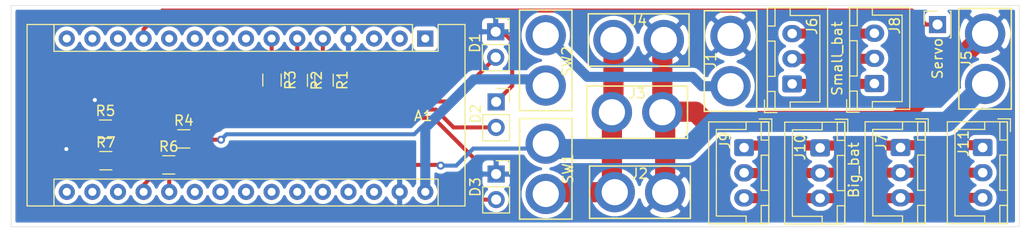
<source format=kicad_pcb>
(kicad_pcb (version 20171130) (host pcbnew "(5.1.2)-2")

  (general
    (thickness 1.6)
    (drawings 6)
    (tracks 121)
    (zones 0)
    (modules 25)
    (nets 42)
  )

  (page A4)
  (layers
    (0 F.Cu signal)
    (31 B.Cu signal)
    (32 B.Adhes user)
    (33 F.Adhes user)
    (34 B.Paste user)
    (35 F.Paste user)
    (36 B.SilkS user)
    (37 F.SilkS user)
    (38 B.Mask user)
    (39 F.Mask user)
    (40 Dwgs.User user)
    (41 Cmts.User user)
    (42 Eco1.User user)
    (43 Eco2.User user)
    (44 Edge.Cuts user)
    (45 Margin user)
    (46 B.CrtYd user)
    (47 F.CrtYd user)
    (48 B.Fab user)
    (49 F.Fab user hide)
  )

  (setup
    (last_trace_width 0.3)
    (user_trace_width 1)
    (user_trace_width 2)
    (trace_clearance 0.3)
    (zone_clearance 0.508)
    (zone_45_only no)
    (trace_min 0.2)
    (via_size 0.8)
    (via_drill 0.4)
    (via_min_size 0.4)
    (via_min_drill 0.3)
    (uvia_size 0.3)
    (uvia_drill 0.1)
    (uvias_allowed no)
    (uvia_min_size 0.2)
    (uvia_min_drill 0.1)
    (edge_width 0.05)
    (segment_width 0.2)
    (pcb_text_width 0.3)
    (pcb_text_size 1.5 1.5)
    (mod_edge_width 0.12)
    (mod_text_size 1 1)
    (mod_text_width 0.15)
    (pad_size 1.524 1.524)
    (pad_drill 0.762)
    (pad_to_mask_clearance 0.051)
    (solder_mask_min_width 0.25)
    (aux_axis_origin 0 0)
    (visible_elements FFFFFF7F)
    (pcbplotparams
      (layerselection 0x01000_ffffffff)
      (usegerberextensions false)
      (usegerberattributes false)
      (usegerberadvancedattributes false)
      (creategerberjobfile false)
      (excludeedgelayer true)
      (linewidth 0.100000)
      (plotframeref false)
      (viasonmask false)
      (mode 1)
      (useauxorigin false)
      (hpglpennumber 1)
      (hpglpenspeed 20)
      (hpglpendiameter 15.000000)
      (psnegative false)
      (psa4output false)
      (plotreference true)
      (plotvalue true)
      (plotinvisibletext false)
      (padsonsilk false)
      (subtractmaskfromsilk false)
      (outputformat 4)
      (mirror false)
      (drillshape 0)
      (scaleselection 1)
      (outputdirectory "gerbers/"))
  )

  (net 0 "")
  (net 1 "Net-(A1-Pad1)")
  (net 2 "Net-(A1-Pad17)")
  (net 3 "Net-(A1-Pad2)")
  (net 4 "Net-(A1-Pad18)")
  (net 5 "Net-(A1-Pad3)")
  (net 6 "Net-(A1-Pad19)")
  (net 7 GND)
  (net 8 "Net-(A1-Pad20)")
  (net 9 /LED3)
  (net 10 "Net-(A1-Pad21)")
  (net 11 /LED2)
  (net 12 "Net-(A1-Pad22)")
  (net 13 /LED1)
  (net 14 "Net-(A1-Pad23)")
  (net 15 "Net-(A1-Pad8)")
  (net 16 "Net-(A1-Pad24)")
  (net 17 "Net-(A1-Pad9)")
  (net 18 "Net-(A1-Pad25)")
  (net 19 "Net-(A1-Pad10)")
  (net 20 "Net-(A1-Pad26)")
  (net 21 "Net-(A1-Pad11)")
  (net 22 "Net-(A1-Pad27)")
  (net 23 /servo)
  (net 24 "Net-(A1-Pad28)")
  (net 25 "Net-(A1-Pad13)")
  (net 26 "Net-(A1-Pad14)")
  (net 27 VCC)
  (net 28 "Net-(A1-Pad15)")
  (net 29 "Net-(A1-Pad16)")
  (net 30 "Net-(D1-Pad2)")
  (net 31 "Net-(D2-Pad2)")
  (net 32 "Net-(D3-Pad2)")
  (net 33 "Net-(J1-Pad1)")
  (net 34 /big_VCC)
  (net 35 /big_VCC_switched)
  (net 36 /sm_bal3)
  (net 37 /sm_bal2)
  (net 38 /sm_bal1)
  (net 39 /big_bal1)
  (net 40 /big_bal2)
  (net 41 /big_bal3)

  (net_class Default "This is the default net class."
    (clearance 0.3)
    (trace_width 0.3)
    (via_dia 0.8)
    (via_drill 0.4)
    (uvia_dia 0.3)
    (uvia_drill 0.1)
    (add_net /LED1)
    (add_net /LED2)
    (add_net /LED3)
    (add_net /big_VCC)
    (add_net /big_VCC_switched)
    (add_net /big_bal1)
    (add_net /big_bal2)
    (add_net /big_bal3)
    (add_net /servo)
    (add_net /sm_bal1)
    (add_net /sm_bal2)
    (add_net /sm_bal3)
    (add_net GND)
    (add_net "Net-(A1-Pad1)")
    (add_net "Net-(A1-Pad10)")
    (add_net "Net-(A1-Pad11)")
    (add_net "Net-(A1-Pad13)")
    (add_net "Net-(A1-Pad14)")
    (add_net "Net-(A1-Pad15)")
    (add_net "Net-(A1-Pad16)")
    (add_net "Net-(A1-Pad17)")
    (add_net "Net-(A1-Pad18)")
    (add_net "Net-(A1-Pad19)")
    (add_net "Net-(A1-Pad2)")
    (add_net "Net-(A1-Pad20)")
    (add_net "Net-(A1-Pad21)")
    (add_net "Net-(A1-Pad22)")
    (add_net "Net-(A1-Pad23)")
    (add_net "Net-(A1-Pad24)")
    (add_net "Net-(A1-Pad25)")
    (add_net "Net-(A1-Pad26)")
    (add_net "Net-(A1-Pad27)")
    (add_net "Net-(A1-Pad28)")
    (add_net "Net-(A1-Pad3)")
    (add_net "Net-(A1-Pad8)")
    (add_net "Net-(A1-Pad9)")
    (add_net "Net-(D1-Pad2)")
    (add_net "Net-(D2-Pad2)")
    (add_net "Net-(D3-Pad2)")
    (add_net "Net-(J1-Pad1)")
    (add_net VCC)
  )

  (net_class POWER ""
    (clearance 0.3)
    (trace_width 1)
    (via_dia 0.8)
    (via_drill 0.4)
    (uvia_dia 0.3)
    (uvia_drill 0.1)
  )

  (module Module:Arduino_Nano (layer F.Cu) (tedit 58ACAF70) (tstamp 5E2D72C9)
    (at 41.07942 3.2893 270)
    (descr "Arduino Nano, http://www.mouser.com/pdfdocs/Gravitech_Arduino_Nano3_0.pdf")
    (tags "Arduino Nano")
    (path /5E24FFDE)
    (fp_text reference A1 (at 7.68858 0.20574 180) (layer F.SilkS)
      (effects (font (size 1 1) (thickness 0.15)))
    )
    (fp_text value Arduino_Nano_v3.x (at 8.89 19.05) (layer F.Fab)
      (effects (font (size 1 1) (thickness 0.15)))
    )
    (fp_text user %R (at 6.35 19.05) (layer F.Fab)
      (effects (font (size 1 1) (thickness 0.15)))
    )
    (fp_line (start 1.27 1.27) (end 1.27 -1.27) (layer F.SilkS) (width 0.12))
    (fp_line (start 1.27 -1.27) (end -1.4 -1.27) (layer F.SilkS) (width 0.12))
    (fp_line (start -1.4 1.27) (end -1.4 39.5) (layer F.SilkS) (width 0.12))
    (fp_line (start -1.4 -3.94) (end -1.4 -1.27) (layer F.SilkS) (width 0.12))
    (fp_line (start 13.97 -1.27) (end 16.64 -1.27) (layer F.SilkS) (width 0.12))
    (fp_line (start 13.97 -1.27) (end 13.97 36.83) (layer F.SilkS) (width 0.12))
    (fp_line (start 13.97 36.83) (end 16.64 36.83) (layer F.SilkS) (width 0.12))
    (fp_line (start 1.27 1.27) (end -1.4 1.27) (layer F.SilkS) (width 0.12))
    (fp_line (start 1.27 1.27) (end 1.27 36.83) (layer F.SilkS) (width 0.12))
    (fp_line (start 1.27 36.83) (end -1.4 36.83) (layer F.SilkS) (width 0.12))
    (fp_line (start 3.81 31.75) (end 11.43 31.75) (layer F.Fab) (width 0.1))
    (fp_line (start 11.43 31.75) (end 11.43 41.91) (layer F.Fab) (width 0.1))
    (fp_line (start 11.43 41.91) (end 3.81 41.91) (layer F.Fab) (width 0.1))
    (fp_line (start 3.81 41.91) (end 3.81 31.75) (layer F.Fab) (width 0.1))
    (fp_line (start -1.4 39.5) (end 16.64 39.5) (layer F.SilkS) (width 0.12))
    (fp_line (start 16.64 39.5) (end 16.64 -3.94) (layer F.SilkS) (width 0.12))
    (fp_line (start 16.64 -3.94) (end -1.4 -3.94) (layer F.SilkS) (width 0.12))
    (fp_line (start 16.51 39.37) (end -1.27 39.37) (layer F.Fab) (width 0.1))
    (fp_line (start -1.27 39.37) (end -1.27 -2.54) (layer F.Fab) (width 0.1))
    (fp_line (start -1.27 -2.54) (end 0 -3.81) (layer F.Fab) (width 0.1))
    (fp_line (start 0 -3.81) (end 16.51 -3.81) (layer F.Fab) (width 0.1))
    (fp_line (start 16.51 -3.81) (end 16.51 39.37) (layer F.Fab) (width 0.1))
    (fp_line (start -1.53 -4.06) (end 16.75 -4.06) (layer F.CrtYd) (width 0.05))
    (fp_line (start -1.53 -4.06) (end -1.53 42.16) (layer F.CrtYd) (width 0.05))
    (fp_line (start 16.75 42.16) (end 16.75 -4.06) (layer F.CrtYd) (width 0.05))
    (fp_line (start 16.75 42.16) (end -1.53 42.16) (layer F.CrtYd) (width 0.05))
    (pad 1 thru_hole rect (at 0 0 270) (size 1.6 1.6) (drill 0.8) (layers *.Cu *.Mask)
      (net 1 "Net-(A1-Pad1)"))
    (pad 17 thru_hole oval (at 15.24 33.02 270) (size 1.6 1.6) (drill 0.8) (layers *.Cu *.Mask)
      (net 2 "Net-(A1-Pad17)"))
    (pad 2 thru_hole oval (at 0 2.54 270) (size 1.6 1.6) (drill 0.8) (layers *.Cu *.Mask)
      (net 3 "Net-(A1-Pad2)"))
    (pad 18 thru_hole oval (at 15.24 30.48 270) (size 1.6 1.6) (drill 0.8) (layers *.Cu *.Mask)
      (net 4 "Net-(A1-Pad18)"))
    (pad 3 thru_hole oval (at 0 5.08 270) (size 1.6 1.6) (drill 0.8) (layers *.Cu *.Mask)
      (net 5 "Net-(A1-Pad3)"))
    (pad 19 thru_hole oval (at 15.24 27.94 270) (size 1.6 1.6) (drill 0.8) (layers *.Cu *.Mask)
      (net 6 "Net-(A1-Pad19)"))
    (pad 4 thru_hole oval (at 0 7.62 270) (size 1.6 1.6) (drill 0.8) (layers *.Cu *.Mask)
      (net 7 GND))
    (pad 20 thru_hole oval (at 15.24 25.4 270) (size 1.6 1.6) (drill 0.8) (layers *.Cu *.Mask)
      (net 8 "Net-(A1-Pad20)"))
    (pad 5 thru_hole oval (at 0 10.16 270) (size 1.6 1.6) (drill 0.8) (layers *.Cu *.Mask)
      (net 9 /LED3))
    (pad 21 thru_hole oval (at 15.24 22.86 270) (size 1.6 1.6) (drill 0.8) (layers *.Cu *.Mask)
      (net 10 "Net-(A1-Pad21)"))
    (pad 6 thru_hole oval (at 0 12.7 270) (size 1.6 1.6) (drill 0.8) (layers *.Cu *.Mask)
      (net 11 /LED2))
    (pad 22 thru_hole oval (at 15.24 20.32 270) (size 1.6 1.6) (drill 0.8) (layers *.Cu *.Mask)
      (net 12 "Net-(A1-Pad22)"))
    (pad 7 thru_hole oval (at 0 15.24 270) (size 1.6 1.6) (drill 0.8) (layers *.Cu *.Mask)
      (net 13 /LED1))
    (pad 23 thru_hole oval (at 15.24 17.78 270) (size 1.6 1.6) (drill 0.8) (layers *.Cu *.Mask)
      (net 14 "Net-(A1-Pad23)"))
    (pad 8 thru_hole oval (at 0 17.78 270) (size 1.6 1.6) (drill 0.8) (layers *.Cu *.Mask)
      (net 15 "Net-(A1-Pad8)"))
    (pad 24 thru_hole oval (at 15.24 15.24 270) (size 1.6 1.6) (drill 0.8) (layers *.Cu *.Mask)
      (net 16 "Net-(A1-Pad24)"))
    (pad 9 thru_hole oval (at 0 20.32 270) (size 1.6 1.6) (drill 0.8) (layers *.Cu *.Mask)
      (net 17 "Net-(A1-Pad9)"))
    (pad 25 thru_hole oval (at 15.24 12.7 270) (size 1.6 1.6) (drill 0.8) (layers *.Cu *.Mask)
      (net 18 "Net-(A1-Pad25)"))
    (pad 10 thru_hole oval (at 0 22.86 270) (size 1.6 1.6) (drill 0.8) (layers *.Cu *.Mask)
      (net 19 "Net-(A1-Pad10)"))
    (pad 26 thru_hole oval (at 15.24 10.16 270) (size 1.6 1.6) (drill 0.8) (layers *.Cu *.Mask)
      (net 20 "Net-(A1-Pad26)"))
    (pad 11 thru_hole oval (at 0 25.4 270) (size 1.6 1.6) (drill 0.8) (layers *.Cu *.Mask)
      (net 21 "Net-(A1-Pad11)"))
    (pad 27 thru_hole oval (at 15.24 7.62 270) (size 1.6 1.6) (drill 0.8) (layers *.Cu *.Mask)
      (net 22 "Net-(A1-Pad27)"))
    (pad 12 thru_hole oval (at 0 27.94 270) (size 1.6 1.6) (drill 0.8) (layers *.Cu *.Mask)
      (net 23 /servo))
    (pad 28 thru_hole oval (at 15.24 5.08 270) (size 1.6 1.6) (drill 0.8) (layers *.Cu *.Mask)
      (net 24 "Net-(A1-Pad28)"))
    (pad 13 thru_hole oval (at 0 30.48 270) (size 1.6 1.6) (drill 0.8) (layers *.Cu *.Mask)
      (net 25 "Net-(A1-Pad13)"))
    (pad 29 thru_hole oval (at 15.24 2.54 270) (size 1.6 1.6) (drill 0.8) (layers *.Cu *.Mask)
      (net 7 GND))
    (pad 14 thru_hole oval (at 0 33.02 270) (size 1.6 1.6) (drill 0.8) (layers *.Cu *.Mask)
      (net 26 "Net-(A1-Pad14)"))
    (pad 30 thru_hole oval (at 15.24 0 270) (size 1.6 1.6) (drill 0.8) (layers *.Cu *.Mask)
      (net 27 VCC))
    (pad 15 thru_hole oval (at 0 35.56 270) (size 1.6 1.6) (drill 0.8) (layers *.Cu *.Mask)
      (net 28 "Net-(A1-Pad15)"))
    (pad 16 thru_hole oval (at 15.24 35.56 270) (size 1.6 1.6) (drill 0.8) (layers *.Cu *.Mask)
      (net 29 "Net-(A1-Pad16)"))
    (model ${KIPRJMOD}/libraries/3dModel/Arduino_Nano_33.stp
      (offset (xyz 7.5 -17.5 0))
      (scale (xyz 1 1 1))
      (rotate (xyz -90 0 0))
    )
  )

  (module CanSat:TX30_vertical (layer F.Cu) (tedit 5B07D709) (tstamp 5E2D799D)
    (at 71.35622 5.5245 180)
    (path /5E2523A2)
    (fp_text reference J1 (at 1.9304 0.04064 90) (layer F.SilkS)
      (effects (font (size 1 1) (thickness 0.15)))
    )
    (fp_text value Conn_01x02_Male (at 0 -6.35) (layer F.Fab)
      (effects (font (size 1 1) (thickness 0.15)))
    )
    (fp_line (start 0 5) (end -2.6 5) (layer F.SilkS) (width 0.15))
    (fp_line (start -2.6 5) (end -2.6 0) (layer F.SilkS) (width 0.15))
    (fp_line (start 2.6 0.1) (end 2.6 5) (layer F.SilkS) (width 0.15))
    (fp_line (start 2.6 5) (end 0.1 5) (layer F.SilkS) (width 0.15))
    (fp_line (start 0.1 -5) (end 2.6 -5) (layer F.SilkS) (width 0.15))
    (fp_line (start 2.6 -5) (end 2.6 -2.4) (layer F.SilkS) (width 0.15))
    (fp_line (start -2.6 -2.9) (end -2.6 -5) (layer F.SilkS) (width 0.15))
    (fp_line (start -2.6 -5) (end 0 -5) (layer F.SilkS) (width 0.15))
    (fp_line (start 2.6 0.1) (end 2.6 -2.4) (layer F.SilkS) (width 0.15))
    (fp_line (start -2.6 0) (end -2.6 -2.9) (layer F.SilkS) (width 0.15))
    (fp_line (start 0 5) (end 0.1 5) (layer F.SilkS) (width 0.15))
    (fp_line (start 0 -5) (end 0.1 -5) (layer F.SilkS) (width 0.15))
    (pad 2 thru_hole circle (at 0 2.5 180) (size 4 4) (drill 2.6) (layers *.Cu *.Mask)
      (net 7 GND))
    (pad 1 thru_hole circle (at 0 -2.5 180) (size 4 4) (drill 2.6) (layers *.Cu *.Mask)
      (net 33 "Net-(J1-Pad1)"))
  )

  (module CanSat:TX30_vertical (layer F.Cu) (tedit 5B07D709) (tstamp 5E2D796A)
    (at 62.37478 18.55978 90)
    (path /5E255522)
    (fp_text reference J2 (at 1.84404 -0.05334 180) (layer F.SilkS)
      (effects (font (size 1 1) (thickness 0.15)))
    )
    (fp_text value Conn_01x02_Male (at 0 -6.35 90) (layer F.Fab)
      (effects (font (size 1 1) (thickness 0.15)))
    )
    (fp_line (start 0 5) (end -2.6 5) (layer F.SilkS) (width 0.15))
    (fp_line (start -2.6 5) (end -2.6 0) (layer F.SilkS) (width 0.15))
    (fp_line (start 2.6 0.1) (end 2.6 5) (layer F.SilkS) (width 0.15))
    (fp_line (start 2.6 5) (end 0.1 5) (layer F.SilkS) (width 0.15))
    (fp_line (start 0.1 -5) (end 2.6 -5) (layer F.SilkS) (width 0.15))
    (fp_line (start 2.6 -5) (end 2.6 -2.4) (layer F.SilkS) (width 0.15))
    (fp_line (start -2.6 -2.9) (end -2.6 -5) (layer F.SilkS) (width 0.15))
    (fp_line (start -2.6 -5) (end 0 -5) (layer F.SilkS) (width 0.15))
    (fp_line (start 2.6 0.1) (end 2.6 -2.4) (layer F.SilkS) (width 0.15))
    (fp_line (start -2.6 0) (end -2.6 -2.9) (layer F.SilkS) (width 0.15))
    (fp_line (start 0 5) (end 0.1 5) (layer F.SilkS) (width 0.15))
    (fp_line (start 0 -5) (end 0.1 -5) (layer F.SilkS) (width 0.15))
    (pad 2 thru_hole circle (at 0 2.5 90) (size 4 4) (drill 2.6) (layers *.Cu *.Mask)
      (net 7 GND))
    (pad 1 thru_hole circle (at 0 -2.5 90) (size 4 4) (drill 2.6) (layers *.Cu *.Mask)
      (net 34 /big_VCC))
  )

  (module CanSat:TX30_vertical (layer F.Cu) (tedit 5B07D709) (tstamp 5E2D7937)
    (at 62.09284 10.61212 90)
    (path /5E255B87)
    (fp_text reference J3 (at 1.86436 0.0127 180) (layer F.SilkS)
      (effects (font (size 1 1) (thickness 0.15)))
    )
    (fp_text value Conn_01x02_Male (at 0 -6.35 90) (layer F.Fab)
      (effects (font (size 1 1) (thickness 0.15)))
    )
    (fp_line (start 0 -5) (end 0.1 -5) (layer F.SilkS) (width 0.15))
    (fp_line (start 0 5) (end 0.1 5) (layer F.SilkS) (width 0.15))
    (fp_line (start -2.6 0) (end -2.6 -2.9) (layer F.SilkS) (width 0.15))
    (fp_line (start 2.6 0.1) (end 2.6 -2.4) (layer F.SilkS) (width 0.15))
    (fp_line (start -2.6 -5) (end 0 -5) (layer F.SilkS) (width 0.15))
    (fp_line (start -2.6 -2.9) (end -2.6 -5) (layer F.SilkS) (width 0.15))
    (fp_line (start 2.6 -5) (end 2.6 -2.4) (layer F.SilkS) (width 0.15))
    (fp_line (start 0.1 -5) (end 2.6 -5) (layer F.SilkS) (width 0.15))
    (fp_line (start 2.6 5) (end 0.1 5) (layer F.SilkS) (width 0.15))
    (fp_line (start 2.6 0.1) (end 2.6 5) (layer F.SilkS) (width 0.15))
    (fp_line (start -2.6 5) (end -2.6 0) (layer F.SilkS) (width 0.15))
    (fp_line (start 0 5) (end -2.6 5) (layer F.SilkS) (width 0.15))
    (pad 1 thru_hole circle (at 0 -2.5 90) (size 4 4) (drill 2.6) (layers *.Cu *.Mask)
      (net 34 /big_VCC))
    (pad 2 thru_hole circle (at 0 2.5 90) (size 4 4) (drill 2.6) (layers *.Cu *.Mask)
      (net 7 GND))
  )

  (module CanSat:TX30_vertical (layer F.Cu) (tedit 5B07D709) (tstamp 5E2D7904)
    (at 62.24524 3.43154 90)
    (path /5E256632)
    (fp_text reference J4 (at 1.89738 -0.03302 180) (layer F.SilkS)
      (effects (font (size 1 1) (thickness 0.15)))
    )
    (fp_text value Conn_01x02_Male (at 0 -6.35 90) (layer F.Fab)
      (effects (font (size 1 1) (thickness 0.15)))
    )
    (fp_line (start 0 5) (end -2.6 5) (layer F.SilkS) (width 0.15))
    (fp_line (start -2.6 5) (end -2.6 0) (layer F.SilkS) (width 0.15))
    (fp_line (start 2.6 0.1) (end 2.6 5) (layer F.SilkS) (width 0.15))
    (fp_line (start 2.6 5) (end 0.1 5) (layer F.SilkS) (width 0.15))
    (fp_line (start 0.1 -5) (end 2.6 -5) (layer F.SilkS) (width 0.15))
    (fp_line (start 2.6 -5) (end 2.6 -2.4) (layer F.SilkS) (width 0.15))
    (fp_line (start -2.6 -2.9) (end -2.6 -5) (layer F.SilkS) (width 0.15))
    (fp_line (start -2.6 -5) (end 0 -5) (layer F.SilkS) (width 0.15))
    (fp_line (start 2.6 0.1) (end 2.6 -2.4) (layer F.SilkS) (width 0.15))
    (fp_line (start -2.6 0) (end -2.6 -2.9) (layer F.SilkS) (width 0.15))
    (fp_line (start 0 5) (end 0.1 5) (layer F.SilkS) (width 0.15))
    (fp_line (start 0 -5) (end 0.1 -5) (layer F.SilkS) (width 0.15))
    (pad 2 thru_hole circle (at 0 2.5 90) (size 4 4) (drill 2.6) (layers *.Cu *.Mask)
      (net 7 GND))
    (pad 1 thru_hole circle (at 0 -2.5 90) (size 4 4) (drill 2.6) (layers *.Cu *.Mask)
      (net 34 /big_VCC))
  )

  (module CanSat:TX30_vertical (layer F.Cu) (tedit 5B07D709) (tstamp 5E2D8852)
    (at 96.6089 5.29844 180)
    (path /5E259EBF)
    (fp_text reference J5 (at 1.84404 -0.04064 270) (layer F.SilkS)
      (effects (font (size 1 1) (thickness 0.15)))
    )
    (fp_text value Conn_01x02_Male (at 0 -6.35) (layer F.Fab)
      (effects (font (size 1 1) (thickness 0.15)))
    )
    (fp_line (start 0 5) (end -2.6 5) (layer F.SilkS) (width 0.15))
    (fp_line (start -2.6 5) (end -2.6 0) (layer F.SilkS) (width 0.15))
    (fp_line (start 2.6 0.1) (end 2.6 5) (layer F.SilkS) (width 0.15))
    (fp_line (start 2.6 5) (end 0.1 5) (layer F.SilkS) (width 0.15))
    (fp_line (start 0.1 -5) (end 2.6 -5) (layer F.SilkS) (width 0.15))
    (fp_line (start 2.6 -5) (end 2.6 -2.4) (layer F.SilkS) (width 0.15))
    (fp_line (start -2.6 -2.9) (end -2.6 -5) (layer F.SilkS) (width 0.15))
    (fp_line (start -2.6 -5) (end 0 -5) (layer F.SilkS) (width 0.15))
    (fp_line (start 2.6 0.1) (end 2.6 -2.4) (layer F.SilkS) (width 0.15))
    (fp_line (start -2.6 0) (end -2.6 -2.9) (layer F.SilkS) (width 0.15))
    (fp_line (start 0 5) (end 0.1 5) (layer F.SilkS) (width 0.15))
    (fp_line (start 0 -5) (end 0.1 -5) (layer F.SilkS) (width 0.15))
    (pad 2 thru_hole circle (at 0 2.5 180) (size 4 4) (drill 2.6) (layers *.Cu *.Mask)
      (net 7 GND))
    (pad 1 thru_hole circle (at 0 -2.5 180) (size 4 4) (drill 2.6) (layers *.Cu *.Mask)
      (net 35 /big_VCC_switched))
  )

  (module Connector_JST:JST_XH_B3B-XH-A_1x03_P2.50mm_Vertical (layer F.Cu) (tedit 5C28146C) (tstamp 5E2CD917)
    (at 77.47254 7.79526 90)
    (descr "JST XH series connector, B3B-XH-A (http://www.jst-mfg.com/product/pdf/eng/eXH.pdf), generated with kicad-footprint-generator")
    (tags "connector JST XH vertical")
    (path /5E25719D)
    (fp_text reference J6 (at 5.7277 1.9685 90) (layer F.SilkS)
      (effects (font (size 1 1) (thickness 0.15)))
    )
    (fp_text value Conn_01x03_Female (at 2.5 4.6 90) (layer F.Fab)
      (effects (font (size 1 1) (thickness 0.15)))
    )
    (fp_text user %R (at 2.5 2.7 90) (layer F.Fab)
      (effects (font (size 1 1) (thickness 0.15)))
    )
    (fp_line (start -2.85 -2.75) (end -2.85 -1.5) (layer F.SilkS) (width 0.12))
    (fp_line (start -1.6 -2.75) (end -2.85 -2.75) (layer F.SilkS) (width 0.12))
    (fp_line (start 6.8 2.75) (end 2.5 2.75) (layer F.SilkS) (width 0.12))
    (fp_line (start 6.8 -0.2) (end 6.8 2.75) (layer F.SilkS) (width 0.12))
    (fp_line (start 7.55 -0.2) (end 6.8 -0.2) (layer F.SilkS) (width 0.12))
    (fp_line (start -1.8 2.75) (end 2.5 2.75) (layer F.SilkS) (width 0.12))
    (fp_line (start -1.8 -0.2) (end -1.8 2.75) (layer F.SilkS) (width 0.12))
    (fp_line (start -2.55 -0.2) (end -1.8 -0.2) (layer F.SilkS) (width 0.12))
    (fp_line (start 7.55 -2.45) (end 5.75 -2.45) (layer F.SilkS) (width 0.12))
    (fp_line (start 7.55 -1.7) (end 7.55 -2.45) (layer F.SilkS) (width 0.12))
    (fp_line (start 5.75 -1.7) (end 7.55 -1.7) (layer F.SilkS) (width 0.12))
    (fp_line (start 5.75 -2.45) (end 5.75 -1.7) (layer F.SilkS) (width 0.12))
    (fp_line (start -0.75 -2.45) (end -2.55 -2.45) (layer F.SilkS) (width 0.12))
    (fp_line (start -0.75 -1.7) (end -0.75 -2.45) (layer F.SilkS) (width 0.12))
    (fp_line (start -2.55 -1.7) (end -0.75 -1.7) (layer F.SilkS) (width 0.12))
    (fp_line (start -2.55 -2.45) (end -2.55 -1.7) (layer F.SilkS) (width 0.12))
    (fp_line (start 4.25 -2.45) (end 0.75 -2.45) (layer F.SilkS) (width 0.12))
    (fp_line (start 4.25 -1.7) (end 4.25 -2.45) (layer F.SilkS) (width 0.12))
    (fp_line (start 0.75 -1.7) (end 4.25 -1.7) (layer F.SilkS) (width 0.12))
    (fp_line (start 0.75 -2.45) (end 0.75 -1.7) (layer F.SilkS) (width 0.12))
    (fp_line (start 0 -1.35) (end 0.625 -2.35) (layer F.Fab) (width 0.1))
    (fp_line (start -0.625 -2.35) (end 0 -1.35) (layer F.Fab) (width 0.1))
    (fp_line (start 7.95 -2.85) (end -2.95 -2.85) (layer F.CrtYd) (width 0.05))
    (fp_line (start 7.95 3.9) (end 7.95 -2.85) (layer F.CrtYd) (width 0.05))
    (fp_line (start -2.95 3.9) (end 7.95 3.9) (layer F.CrtYd) (width 0.05))
    (fp_line (start -2.95 -2.85) (end -2.95 3.9) (layer F.CrtYd) (width 0.05))
    (fp_line (start 7.56 -2.46) (end -2.56 -2.46) (layer F.SilkS) (width 0.12))
    (fp_line (start 7.56 3.51) (end 7.56 -2.46) (layer F.SilkS) (width 0.12))
    (fp_line (start -2.56 3.51) (end 7.56 3.51) (layer F.SilkS) (width 0.12))
    (fp_line (start -2.56 -2.46) (end -2.56 3.51) (layer F.SilkS) (width 0.12))
    (fp_line (start 7.45 -2.35) (end -2.45 -2.35) (layer F.Fab) (width 0.1))
    (fp_line (start 7.45 3.4) (end 7.45 -2.35) (layer F.Fab) (width 0.1))
    (fp_line (start -2.45 3.4) (end 7.45 3.4) (layer F.Fab) (width 0.1))
    (fp_line (start -2.45 -2.35) (end -2.45 3.4) (layer F.Fab) (width 0.1))
    (pad 3 thru_hole oval (at 5 0 90) (size 1.7 1.95) (drill 0.95) (layers *.Cu *.Mask)
      (net 36 /sm_bal3))
    (pad 2 thru_hole oval (at 2.5 0 90) (size 1.7 1.95) (drill 0.95) (layers *.Cu *.Mask)
      (net 37 /sm_bal2))
    (pad 1 thru_hole roundrect (at 0 0 90) (size 1.7 1.95) (drill 0.95) (layers *.Cu *.Mask) (roundrect_rratio 0.147059)
      (net 38 /sm_bal1))
    (model ${KISYS3DMOD}/Connector_JST.3dshapes/JST_XH_B3B-XH-A_1x03_P2.50mm_Vertical.wrl
      (at (xyz 0 0 0))
      (scale (xyz 1 1 1))
      (rotate (xyz 0 0 0))
    )
  )

  (module Connector_JST:JST_XH_B3B-XH-A_1x03_P2.50mm_Vertical (layer F.Cu) (tedit 5C28146C) (tstamp 5E2CD89C)
    (at 88.21928 14.1224 270)
    (descr "JST XH series connector, B3B-XH-A (http://www.jst-mfg.com/product/pdf/eng/eXH.pdf), generated with kicad-footprint-generator")
    (tags "connector JST XH vertical")
    (path /5E258536)
    (fp_text reference J7 (at -0.52324 1.91516 90) (layer F.SilkS)
      (effects (font (size 1 1) (thickness 0.15)))
    )
    (fp_text value Conn_01x03_Female (at 2.5 4.6 90) (layer F.Fab)
      (effects (font (size 1 1) (thickness 0.15)))
    )
    (fp_line (start -2.45 -2.35) (end -2.45 3.4) (layer F.Fab) (width 0.1))
    (fp_line (start -2.45 3.4) (end 7.45 3.4) (layer F.Fab) (width 0.1))
    (fp_line (start 7.45 3.4) (end 7.45 -2.35) (layer F.Fab) (width 0.1))
    (fp_line (start 7.45 -2.35) (end -2.45 -2.35) (layer F.Fab) (width 0.1))
    (fp_line (start -2.56 -2.46) (end -2.56 3.51) (layer F.SilkS) (width 0.12))
    (fp_line (start -2.56 3.51) (end 7.56 3.51) (layer F.SilkS) (width 0.12))
    (fp_line (start 7.56 3.51) (end 7.56 -2.46) (layer F.SilkS) (width 0.12))
    (fp_line (start 7.56 -2.46) (end -2.56 -2.46) (layer F.SilkS) (width 0.12))
    (fp_line (start -2.95 -2.85) (end -2.95 3.9) (layer F.CrtYd) (width 0.05))
    (fp_line (start -2.95 3.9) (end 7.95 3.9) (layer F.CrtYd) (width 0.05))
    (fp_line (start 7.95 3.9) (end 7.95 -2.85) (layer F.CrtYd) (width 0.05))
    (fp_line (start 7.95 -2.85) (end -2.95 -2.85) (layer F.CrtYd) (width 0.05))
    (fp_line (start -0.625 -2.35) (end 0 -1.35) (layer F.Fab) (width 0.1))
    (fp_line (start 0 -1.35) (end 0.625 -2.35) (layer F.Fab) (width 0.1))
    (fp_line (start 0.75 -2.45) (end 0.75 -1.7) (layer F.SilkS) (width 0.12))
    (fp_line (start 0.75 -1.7) (end 4.25 -1.7) (layer F.SilkS) (width 0.12))
    (fp_line (start 4.25 -1.7) (end 4.25 -2.45) (layer F.SilkS) (width 0.12))
    (fp_line (start 4.25 -2.45) (end 0.75 -2.45) (layer F.SilkS) (width 0.12))
    (fp_line (start -2.55 -2.45) (end -2.55 -1.7) (layer F.SilkS) (width 0.12))
    (fp_line (start -2.55 -1.7) (end -0.75 -1.7) (layer F.SilkS) (width 0.12))
    (fp_line (start -0.75 -1.7) (end -0.75 -2.45) (layer F.SilkS) (width 0.12))
    (fp_line (start -0.75 -2.45) (end -2.55 -2.45) (layer F.SilkS) (width 0.12))
    (fp_line (start 5.75 -2.45) (end 5.75 -1.7) (layer F.SilkS) (width 0.12))
    (fp_line (start 5.75 -1.7) (end 7.55 -1.7) (layer F.SilkS) (width 0.12))
    (fp_line (start 7.55 -1.7) (end 7.55 -2.45) (layer F.SilkS) (width 0.12))
    (fp_line (start 7.55 -2.45) (end 5.75 -2.45) (layer F.SilkS) (width 0.12))
    (fp_line (start -2.55 -0.2) (end -1.8 -0.2) (layer F.SilkS) (width 0.12))
    (fp_line (start -1.8 -0.2) (end -1.8 2.75) (layer F.SilkS) (width 0.12))
    (fp_line (start -1.8 2.75) (end 2.5 2.75) (layer F.SilkS) (width 0.12))
    (fp_line (start 7.55 -0.2) (end 6.8 -0.2) (layer F.SilkS) (width 0.12))
    (fp_line (start 6.8 -0.2) (end 6.8 2.75) (layer F.SilkS) (width 0.12))
    (fp_line (start 6.8 2.75) (end 2.5 2.75) (layer F.SilkS) (width 0.12))
    (fp_line (start -1.6 -2.75) (end -2.85 -2.75) (layer F.SilkS) (width 0.12))
    (fp_line (start -2.85 -2.75) (end -2.85 -1.5) (layer F.SilkS) (width 0.12))
    (fp_text user %R (at 2.5 2.7 90) (layer F.Fab)
      (effects (font (size 1 1) (thickness 0.15)))
    )
    (pad 1 thru_hole roundrect (at 0 0 270) (size 1.7 1.95) (drill 0.95) (layers *.Cu *.Mask) (roundrect_rratio 0.147059)
      (net 39 /big_bal1))
    (pad 2 thru_hole oval (at 2.5 0 270) (size 1.7 1.95) (drill 0.95) (layers *.Cu *.Mask)
      (net 40 /big_bal2))
    (pad 3 thru_hole oval (at 5 0 270) (size 1.7 1.95) (drill 0.95) (layers *.Cu *.Mask)
      (net 41 /big_bal3))
    (model ${KISYS3DMOD}/Connector_JST.3dshapes/JST_XH_B3B-XH-A_1x03_P2.50mm_Vertical.wrl
      (at (xyz 0 0 0))
      (scale (xyz 1 1 1))
      (rotate (xyz 0 0 0))
    )
  )

  (module Connector_JST:JST_XH_B3B-XH-A_1x03_P2.50mm_Vertical (layer F.Cu) (tedit 5C28146C) (tstamp 5E2C708A)
    (at 85.62594 7.7597 90)
    (descr "JST XH series connector, B3B-XH-A (http://www.jst-mfg.com/product/pdf/eng/eXH.pdf), generated with kicad-footprint-generator")
    (tags "connector JST XH vertical")
    (path /5E258099)
    (fp_text reference J8 (at 5.75564 2.02184 90) (layer F.SilkS)
      (effects (font (size 1 1) (thickness 0.15)))
    )
    (fp_text value Conn_01x03_Female (at 2.5 4.6 90) (layer F.Fab)
      (effects (font (size 1 1) (thickness 0.15)))
    )
    (fp_line (start -2.45 -2.35) (end -2.45 3.4) (layer F.Fab) (width 0.1))
    (fp_line (start -2.45 3.4) (end 7.45 3.4) (layer F.Fab) (width 0.1))
    (fp_line (start 7.45 3.4) (end 7.45 -2.35) (layer F.Fab) (width 0.1))
    (fp_line (start 7.45 -2.35) (end -2.45 -2.35) (layer F.Fab) (width 0.1))
    (fp_line (start -2.56 -2.46) (end -2.56 3.51) (layer F.SilkS) (width 0.12))
    (fp_line (start -2.56 3.51) (end 7.56 3.51) (layer F.SilkS) (width 0.12))
    (fp_line (start 7.56 3.51) (end 7.56 -2.46) (layer F.SilkS) (width 0.12))
    (fp_line (start 7.56 -2.46) (end -2.56 -2.46) (layer F.SilkS) (width 0.12))
    (fp_line (start -2.95 -2.85) (end -2.95 3.9) (layer F.CrtYd) (width 0.05))
    (fp_line (start -2.95 3.9) (end 7.95 3.9) (layer F.CrtYd) (width 0.05))
    (fp_line (start 7.95 3.9) (end 7.95 -2.85) (layer F.CrtYd) (width 0.05))
    (fp_line (start 7.95 -2.85) (end -2.95 -2.85) (layer F.CrtYd) (width 0.05))
    (fp_line (start -0.625 -2.35) (end 0 -1.35) (layer F.Fab) (width 0.1))
    (fp_line (start 0 -1.35) (end 0.625 -2.35) (layer F.Fab) (width 0.1))
    (fp_line (start 0.75 -2.45) (end 0.75 -1.7) (layer F.SilkS) (width 0.12))
    (fp_line (start 0.75 -1.7) (end 4.25 -1.7) (layer F.SilkS) (width 0.12))
    (fp_line (start 4.25 -1.7) (end 4.25 -2.45) (layer F.SilkS) (width 0.12))
    (fp_line (start 4.25 -2.45) (end 0.75 -2.45) (layer F.SilkS) (width 0.12))
    (fp_line (start -2.55 -2.45) (end -2.55 -1.7) (layer F.SilkS) (width 0.12))
    (fp_line (start -2.55 -1.7) (end -0.75 -1.7) (layer F.SilkS) (width 0.12))
    (fp_line (start -0.75 -1.7) (end -0.75 -2.45) (layer F.SilkS) (width 0.12))
    (fp_line (start -0.75 -2.45) (end -2.55 -2.45) (layer F.SilkS) (width 0.12))
    (fp_line (start 5.75 -2.45) (end 5.75 -1.7) (layer F.SilkS) (width 0.12))
    (fp_line (start 5.75 -1.7) (end 7.55 -1.7) (layer F.SilkS) (width 0.12))
    (fp_line (start 7.55 -1.7) (end 7.55 -2.45) (layer F.SilkS) (width 0.12))
    (fp_line (start 7.55 -2.45) (end 5.75 -2.45) (layer F.SilkS) (width 0.12))
    (fp_line (start -2.55 -0.2) (end -1.8 -0.2) (layer F.SilkS) (width 0.12))
    (fp_line (start -1.8 -0.2) (end -1.8 2.75) (layer F.SilkS) (width 0.12))
    (fp_line (start -1.8 2.75) (end 2.5 2.75) (layer F.SilkS) (width 0.12))
    (fp_line (start 7.55 -0.2) (end 6.8 -0.2) (layer F.SilkS) (width 0.12))
    (fp_line (start 6.8 -0.2) (end 6.8 2.75) (layer F.SilkS) (width 0.12))
    (fp_line (start 6.8 2.75) (end 2.5 2.75) (layer F.SilkS) (width 0.12))
    (fp_line (start -1.6 -2.75) (end -2.85 -2.75) (layer F.SilkS) (width 0.12))
    (fp_line (start -2.85 -2.75) (end -2.85 -1.5) (layer F.SilkS) (width 0.12))
    (fp_text user %R (at 2.5 2.7 90) (layer F.Fab)
      (effects (font (size 1 1) (thickness 0.15)))
    )
    (pad 1 thru_hole roundrect (at 0 0 90) (size 1.7 1.95) (drill 0.95) (layers *.Cu *.Mask) (roundrect_rratio 0.147059)
      (net 38 /sm_bal1))
    (pad 2 thru_hole oval (at 2.5 0 90) (size 1.7 1.95) (drill 0.95) (layers *.Cu *.Mask)
      (net 37 /sm_bal2))
    (pad 3 thru_hole oval (at 5 0 90) (size 1.7 1.95) (drill 0.95) (layers *.Cu *.Mask)
      (net 36 /sm_bal3))
    (model ${KISYS3DMOD}/Connector_JST.3dshapes/JST_XH_B3B-XH-A_1x03_P2.50mm_Vertical.wrl
      (at (xyz 0 0 0))
      (scale (xyz 1 1 1))
      (rotate (xyz 0 0 0))
    )
  )

  (module Connector_JST:JST_XH_B3B-XH-A_1x03_P2.50mm_Vertical (layer F.Cu) (tedit 5C28146C) (tstamp 5E2D61E0)
    (at 72.70242 14.13256 270)
    (descr "JST XH series connector, B3B-XH-A (http://www.jst-mfg.com/product/pdf/eng/eXH.pdf), generated with kicad-footprint-generator")
    (tags "connector JST XH vertical")
    (path /5E258D52)
    (fp_text reference J9 (at -0.7112 1.87706 90) (layer F.SilkS)
      (effects (font (size 1 1) (thickness 0.15)))
    )
    (fp_text value Conn_01x03_Female (at 2.5 4.6 90) (layer F.Fab)
      (effects (font (size 1 1) (thickness 0.15)))
    )
    (fp_text user %R (at 2.5 2.7 90) (layer F.Fab)
      (effects (font (size 1 1) (thickness 0.15)))
    )
    (fp_line (start -2.85 -2.75) (end -2.85 -1.5) (layer F.SilkS) (width 0.12))
    (fp_line (start -1.6 -2.75) (end -2.85 -2.75) (layer F.SilkS) (width 0.12))
    (fp_line (start 6.8 2.75) (end 2.5 2.75) (layer F.SilkS) (width 0.12))
    (fp_line (start 6.8 -0.2) (end 6.8 2.75) (layer F.SilkS) (width 0.12))
    (fp_line (start 7.55 -0.2) (end 6.8 -0.2) (layer F.SilkS) (width 0.12))
    (fp_line (start -1.8 2.75) (end 2.5 2.75) (layer F.SilkS) (width 0.12))
    (fp_line (start -1.8 -0.2) (end -1.8 2.75) (layer F.SilkS) (width 0.12))
    (fp_line (start -2.55 -0.2) (end -1.8 -0.2) (layer F.SilkS) (width 0.12))
    (fp_line (start 7.55 -2.45) (end 5.75 -2.45) (layer F.SilkS) (width 0.12))
    (fp_line (start 7.55 -1.7) (end 7.55 -2.45) (layer F.SilkS) (width 0.12))
    (fp_line (start 5.75 -1.7) (end 7.55 -1.7) (layer F.SilkS) (width 0.12))
    (fp_line (start 5.75 -2.45) (end 5.75 -1.7) (layer F.SilkS) (width 0.12))
    (fp_line (start -0.75 -2.45) (end -2.55 -2.45) (layer F.SilkS) (width 0.12))
    (fp_line (start -0.75 -1.7) (end -0.75 -2.45) (layer F.SilkS) (width 0.12))
    (fp_line (start -2.55 -1.7) (end -0.75 -1.7) (layer F.SilkS) (width 0.12))
    (fp_line (start -2.55 -2.45) (end -2.55 -1.7) (layer F.SilkS) (width 0.12))
    (fp_line (start 4.25 -2.45) (end 0.75 -2.45) (layer F.SilkS) (width 0.12))
    (fp_line (start 4.25 -1.7) (end 4.25 -2.45) (layer F.SilkS) (width 0.12))
    (fp_line (start 0.75 -1.7) (end 4.25 -1.7) (layer F.SilkS) (width 0.12))
    (fp_line (start 0.75 -2.45) (end 0.75 -1.7) (layer F.SilkS) (width 0.12))
    (fp_line (start 0 -1.35) (end 0.625 -2.35) (layer F.Fab) (width 0.1))
    (fp_line (start -0.625 -2.35) (end 0 -1.35) (layer F.Fab) (width 0.1))
    (fp_line (start 7.95 -2.85) (end -2.95 -2.85) (layer F.CrtYd) (width 0.05))
    (fp_line (start 7.95 3.9) (end 7.95 -2.85) (layer F.CrtYd) (width 0.05))
    (fp_line (start -2.95 3.9) (end 7.95 3.9) (layer F.CrtYd) (width 0.05))
    (fp_line (start -2.95 -2.85) (end -2.95 3.9) (layer F.CrtYd) (width 0.05))
    (fp_line (start 7.56 -2.46) (end -2.56 -2.46) (layer F.SilkS) (width 0.12))
    (fp_line (start 7.56 3.51) (end 7.56 -2.46) (layer F.SilkS) (width 0.12))
    (fp_line (start -2.56 3.51) (end 7.56 3.51) (layer F.SilkS) (width 0.12))
    (fp_line (start -2.56 -2.46) (end -2.56 3.51) (layer F.SilkS) (width 0.12))
    (fp_line (start 7.45 -2.35) (end -2.45 -2.35) (layer F.Fab) (width 0.1))
    (fp_line (start 7.45 3.4) (end 7.45 -2.35) (layer F.Fab) (width 0.1))
    (fp_line (start -2.45 3.4) (end 7.45 3.4) (layer F.Fab) (width 0.1))
    (fp_line (start -2.45 -2.35) (end -2.45 3.4) (layer F.Fab) (width 0.1))
    (pad 3 thru_hole oval (at 5 0 270) (size 1.7 1.95) (drill 0.95) (layers *.Cu *.Mask)
      (net 41 /big_bal3))
    (pad 2 thru_hole oval (at 2.5 0 270) (size 1.7 1.95) (drill 0.95) (layers *.Cu *.Mask)
      (net 40 /big_bal2))
    (pad 1 thru_hole roundrect (at 0 0 270) (size 1.7 1.95) (drill 0.95) (layers *.Cu *.Mask) (roundrect_rratio 0.147059)
      (net 39 /big_bal1))
    (model ${KISYS3DMOD}/Connector_JST.3dshapes/JST_XH_B3B-XH-A_1x03_P2.50mm_Vertical.wrl
      (at (xyz 0 0 0))
      (scale (xyz 1 1 1))
      (rotate (xyz 0 0 0))
    )
  )

  (module Connector_JST:JST_XH_B3B-XH-A_1x03_P2.50mm_Vertical (layer F.Cu) (tedit 5C28146C) (tstamp 5E2C70DE)
    (at 80.24368 14.15796 270)
    (descr "JST XH series connector, B3B-XH-A (http://www.jst-mfg.com/product/pdf/eng/eXH.pdf), generated with kicad-footprint-generator")
    (tags "connector JST XH vertical")
    (path /5E2592A9)
    (fp_text reference J10 (at -0.08636 1.99136 270) (layer F.SilkS)
      (effects (font (size 1 1) (thickness 0.15)))
    )
    (fp_text value Conn_01x03_Female (at 2.5 4.6 90) (layer F.Fab)
      (effects (font (size 1 1) (thickness 0.15)))
    )
    (fp_line (start -2.45 -2.35) (end -2.45 3.4) (layer F.Fab) (width 0.1))
    (fp_line (start -2.45 3.4) (end 7.45 3.4) (layer F.Fab) (width 0.1))
    (fp_line (start 7.45 3.4) (end 7.45 -2.35) (layer F.Fab) (width 0.1))
    (fp_line (start 7.45 -2.35) (end -2.45 -2.35) (layer F.Fab) (width 0.1))
    (fp_line (start -2.56 -2.46) (end -2.56 3.51) (layer F.SilkS) (width 0.12))
    (fp_line (start -2.56 3.51) (end 7.56 3.51) (layer F.SilkS) (width 0.12))
    (fp_line (start 7.56 3.51) (end 7.56 -2.46) (layer F.SilkS) (width 0.12))
    (fp_line (start 7.56 -2.46) (end -2.56 -2.46) (layer F.SilkS) (width 0.12))
    (fp_line (start -2.95 -2.85) (end -2.95 3.9) (layer F.CrtYd) (width 0.05))
    (fp_line (start -2.95 3.9) (end 7.95 3.9) (layer F.CrtYd) (width 0.05))
    (fp_line (start 7.95 3.9) (end 7.95 -2.85) (layer F.CrtYd) (width 0.05))
    (fp_line (start 7.95 -2.85) (end -2.95 -2.85) (layer F.CrtYd) (width 0.05))
    (fp_line (start -0.625 -2.35) (end 0 -1.35) (layer F.Fab) (width 0.1))
    (fp_line (start 0 -1.35) (end 0.625 -2.35) (layer F.Fab) (width 0.1))
    (fp_line (start 0.75 -2.45) (end 0.75 -1.7) (layer F.SilkS) (width 0.12))
    (fp_line (start 0.75 -1.7) (end 4.25 -1.7) (layer F.SilkS) (width 0.12))
    (fp_line (start 4.25 -1.7) (end 4.25 -2.45) (layer F.SilkS) (width 0.12))
    (fp_line (start 4.25 -2.45) (end 0.75 -2.45) (layer F.SilkS) (width 0.12))
    (fp_line (start -2.55 -2.45) (end -2.55 -1.7) (layer F.SilkS) (width 0.12))
    (fp_line (start -2.55 -1.7) (end -0.75 -1.7) (layer F.SilkS) (width 0.12))
    (fp_line (start -0.75 -1.7) (end -0.75 -2.45) (layer F.SilkS) (width 0.12))
    (fp_line (start -0.75 -2.45) (end -2.55 -2.45) (layer F.SilkS) (width 0.12))
    (fp_line (start 5.75 -2.45) (end 5.75 -1.7) (layer F.SilkS) (width 0.12))
    (fp_line (start 5.75 -1.7) (end 7.55 -1.7) (layer F.SilkS) (width 0.12))
    (fp_line (start 7.55 -1.7) (end 7.55 -2.45) (layer F.SilkS) (width 0.12))
    (fp_line (start 7.55 -2.45) (end 5.75 -2.45) (layer F.SilkS) (width 0.12))
    (fp_line (start -2.55 -0.2) (end -1.8 -0.2) (layer F.SilkS) (width 0.12))
    (fp_line (start -1.8 -0.2) (end -1.8 2.75) (layer F.SilkS) (width 0.12))
    (fp_line (start -1.8 2.75) (end 2.5 2.75) (layer F.SilkS) (width 0.12))
    (fp_line (start 7.55 -0.2) (end 6.8 -0.2) (layer F.SilkS) (width 0.12))
    (fp_line (start 6.8 -0.2) (end 6.8 2.75) (layer F.SilkS) (width 0.12))
    (fp_line (start 6.8 2.75) (end 2.5 2.75) (layer F.SilkS) (width 0.12))
    (fp_line (start -1.6 -2.75) (end -2.85 -2.75) (layer F.SilkS) (width 0.12))
    (fp_line (start -2.85 -2.75) (end -2.85 -1.5) (layer F.SilkS) (width 0.12))
    (fp_text user %R (at 2.5 2.7 90) (layer F.Fab)
      (effects (font (size 1 1) (thickness 0.15)))
    )
    (pad 1 thru_hole roundrect (at 0 0 270) (size 1.7 1.95) (drill 0.95) (layers *.Cu *.Mask) (roundrect_rratio 0.147059)
      (net 39 /big_bal1))
    (pad 2 thru_hole oval (at 2.5 0 270) (size 1.7 1.95) (drill 0.95) (layers *.Cu *.Mask)
      (net 40 /big_bal2))
    (pad 3 thru_hole oval (at 5 0 270) (size 1.7 1.95) (drill 0.95) (layers *.Cu *.Mask)
      (net 41 /big_bal3))
    (model ${KISYS3DMOD}/Connector_JST.3dshapes/JST_XH_B3B-XH-A_1x03_P2.50mm_Vertical.wrl
      (at (xyz 0 0 0))
      (scale (xyz 1 1 1))
      (rotate (xyz 0 0 0))
    )
  )

  (module Connector_JST:JST_XH_B3B-XH-A_1x03_P2.50mm_Vertical (layer F.Cu) (tedit 5C28146C) (tstamp 5E2C7108)
    (at 96.37268 14.1224 270)
    (descr "JST XH series connector, B3B-XH-A (http://www.jst-mfg.com/product/pdf/eng/eXH.pdf), generated with kicad-footprint-generator")
    (tags "connector JST XH vertical")
    (path /5E259719)
    (fp_text reference J11 (at -0.41402 1.90754 90) (layer F.SilkS)
      (effects (font (size 1 1) (thickness 0.15)))
    )
    (fp_text value Conn_01x03_Female (at 2.5 4.6 90) (layer F.Fab)
      (effects (font (size 1 1) (thickness 0.15)))
    )
    (fp_text user %R (at 2.5 2.7 90) (layer F.Fab)
      (effects (font (size 1 1) (thickness 0.15)))
    )
    (fp_line (start -2.85 -2.75) (end -2.85 -1.5) (layer F.SilkS) (width 0.12))
    (fp_line (start -1.6 -2.75) (end -2.85 -2.75) (layer F.SilkS) (width 0.12))
    (fp_line (start 6.8 2.75) (end 2.5 2.75) (layer F.SilkS) (width 0.12))
    (fp_line (start 6.8 -0.2) (end 6.8 2.75) (layer F.SilkS) (width 0.12))
    (fp_line (start 7.55 -0.2) (end 6.8 -0.2) (layer F.SilkS) (width 0.12))
    (fp_line (start -1.8 2.75) (end 2.5 2.75) (layer F.SilkS) (width 0.12))
    (fp_line (start -1.8 -0.2) (end -1.8 2.75) (layer F.SilkS) (width 0.12))
    (fp_line (start -2.55 -0.2) (end -1.8 -0.2) (layer F.SilkS) (width 0.12))
    (fp_line (start 7.55 -2.45) (end 5.75 -2.45) (layer F.SilkS) (width 0.12))
    (fp_line (start 7.55 -1.7) (end 7.55 -2.45) (layer F.SilkS) (width 0.12))
    (fp_line (start 5.75 -1.7) (end 7.55 -1.7) (layer F.SilkS) (width 0.12))
    (fp_line (start 5.75 -2.45) (end 5.75 -1.7) (layer F.SilkS) (width 0.12))
    (fp_line (start -0.75 -2.45) (end -2.55 -2.45) (layer F.SilkS) (width 0.12))
    (fp_line (start -0.75 -1.7) (end -0.75 -2.45) (layer F.SilkS) (width 0.12))
    (fp_line (start -2.55 -1.7) (end -0.75 -1.7) (layer F.SilkS) (width 0.12))
    (fp_line (start -2.55 -2.45) (end -2.55 -1.7) (layer F.SilkS) (width 0.12))
    (fp_line (start 4.25 -2.45) (end 0.75 -2.45) (layer F.SilkS) (width 0.12))
    (fp_line (start 4.25 -1.7) (end 4.25 -2.45) (layer F.SilkS) (width 0.12))
    (fp_line (start 0.75 -1.7) (end 4.25 -1.7) (layer F.SilkS) (width 0.12))
    (fp_line (start 0.75 -2.45) (end 0.75 -1.7) (layer F.SilkS) (width 0.12))
    (fp_line (start 0 -1.35) (end 0.625 -2.35) (layer F.Fab) (width 0.1))
    (fp_line (start -0.625 -2.35) (end 0 -1.35) (layer F.Fab) (width 0.1))
    (fp_line (start 7.95 -2.85) (end -2.95 -2.85) (layer F.CrtYd) (width 0.05))
    (fp_line (start 7.95 3.9) (end 7.95 -2.85) (layer F.CrtYd) (width 0.05))
    (fp_line (start -2.95 3.9) (end 7.95 3.9) (layer F.CrtYd) (width 0.05))
    (fp_line (start -2.95 -2.85) (end -2.95 3.9) (layer F.CrtYd) (width 0.05))
    (fp_line (start 7.56 -2.46) (end -2.56 -2.46) (layer F.SilkS) (width 0.12))
    (fp_line (start 7.56 3.51) (end 7.56 -2.46) (layer F.SilkS) (width 0.12))
    (fp_line (start -2.56 3.51) (end 7.56 3.51) (layer F.SilkS) (width 0.12))
    (fp_line (start -2.56 -2.46) (end -2.56 3.51) (layer F.SilkS) (width 0.12))
    (fp_line (start 7.45 -2.35) (end -2.45 -2.35) (layer F.Fab) (width 0.1))
    (fp_line (start 7.45 3.4) (end 7.45 -2.35) (layer F.Fab) (width 0.1))
    (fp_line (start -2.45 3.4) (end 7.45 3.4) (layer F.Fab) (width 0.1))
    (fp_line (start -2.45 -2.35) (end -2.45 3.4) (layer F.Fab) (width 0.1))
    (pad 3 thru_hole oval (at 5 0 270) (size 1.7 1.95) (drill 0.95) (layers *.Cu *.Mask)
      (net 41 /big_bal3))
    (pad 2 thru_hole oval (at 2.5 0 270) (size 1.7 1.95) (drill 0.95) (layers *.Cu *.Mask)
      (net 40 /big_bal2))
    (pad 1 thru_hole roundrect (at 0 0 270) (size 1.7 1.95) (drill 0.95) (layers *.Cu *.Mask) (roundrect_rratio 0.147059)
      (net 39 /big_bal1))
    (model ${KISYS3DMOD}/Connector_JST.3dshapes/JST_XH_B3B-XH-A_1x03_P2.50mm_Vertical.wrl
      (at (xyz 0 0 0))
      (scale (xyz 1 1 1))
      (rotate (xyz 0 0 0))
    )
  )

  (module Connector_PinSocket_2.54mm:PinSocket_1x01_P2.54mm_Vertical (layer F.Cu) (tedit 5A19A434) (tstamp 5E2C711C)
    (at 91.88958 1.89484 90)
    (descr "Through hole straight socket strip, 1x01, 2.54mm pitch, single row (from Kicad 4.0.7), script generated")
    (tags "Through hole socket strip THT 1x01 2.54mm single row")
    (path /5E2A74AF)
    (fp_text reference Servo (at -3.38328 0 90) (layer F.SilkS)
      (effects (font (size 1 1) (thickness 0.15)))
    )
    (fp_text value Conn_01x01_Female (at 0 2.77 90) (layer F.Fab)
      (effects (font (size 1 1) (thickness 0.15)))
    )
    (fp_line (start -1.27 -1.27) (end 0.635 -1.27) (layer F.Fab) (width 0.1))
    (fp_line (start 0.635 -1.27) (end 1.27 -0.635) (layer F.Fab) (width 0.1))
    (fp_line (start 1.27 -0.635) (end 1.27 1.27) (layer F.Fab) (width 0.1))
    (fp_line (start 1.27 1.27) (end -1.27 1.27) (layer F.Fab) (width 0.1))
    (fp_line (start -1.27 1.27) (end -1.27 -1.27) (layer F.Fab) (width 0.1))
    (fp_line (start -1.33 1.33) (end 1.33 1.33) (layer F.SilkS) (width 0.12))
    (fp_line (start -1.33 1.21) (end -1.33 1.33) (layer F.SilkS) (width 0.12))
    (fp_line (start 1.33 1.21) (end 1.33 1.33) (layer F.SilkS) (width 0.12))
    (fp_line (start 1.33 -1.33) (end 1.33 0) (layer F.SilkS) (width 0.12))
    (fp_line (start 0 -1.33) (end 1.33 -1.33) (layer F.SilkS) (width 0.12))
    (fp_line (start -1.8 -1.8) (end 1.75 -1.8) (layer F.CrtYd) (width 0.05))
    (fp_line (start 1.75 -1.8) (end 1.75 1.75) (layer F.CrtYd) (width 0.05))
    (fp_line (start 1.75 1.75) (end -1.8 1.75) (layer F.CrtYd) (width 0.05))
    (fp_line (start -1.8 1.75) (end -1.8 -1.8) (layer F.CrtYd) (width 0.05))
    (fp_text user %R (at 0 0 90) (layer F.Fab)
      (effects (font (size 1 1) (thickness 0.15)))
    )
    (pad 1 thru_hole rect (at 0 0 90) (size 1.7 1.7) (drill 1) (layers *.Cu *.Mask)
      (net 23 /servo))
    (model ${KISYS3DMOD}/Connector_PinSocket_2.54mm.3dshapes/PinSocket_1x01_P2.54mm_Vertical.wrl
      (at (xyz 0 0 0))
      (scale (xyz 1 1 1))
      (rotate (xyz 0 0 0))
    )
  )

  (module Resistor_SMD:R_1206_3216Metric_Pad1.42x1.75mm_HandSolder (layer F.Cu) (tedit 5B301BBD) (tstamp 5E2D315B)
    (at 17.12468 13.26388)
    (descr "Resistor SMD 1206 (3216 Metric), square (rectangular) end terminal, IPC_7351 nominal with elongated pad for handsoldering. (Body size source: http://www.tortai-tech.com/upload/download/2011102023233369053.pdf), generated with kicad-footprint-generator")
    (tags "resistor handsolder")
    (path /5E2A14A0)
    (attr smd)
    (fp_text reference R4 (at 0 -1.82) (layer F.SilkS)
      (effects (font (size 1 1) (thickness 0.15)))
    )
    (fp_text value R (at 0 1.82) (layer F.Fab)
      (effects (font (size 1 1) (thickness 0.15)))
    )
    (fp_text user %R (at 0 0) (layer F.Fab)
      (effects (font (size 0.8 0.8) (thickness 0.12)))
    )
    (fp_line (start 2.45 1.12) (end -2.45 1.12) (layer F.CrtYd) (width 0.05))
    (fp_line (start 2.45 -1.12) (end 2.45 1.12) (layer F.CrtYd) (width 0.05))
    (fp_line (start -2.45 -1.12) (end 2.45 -1.12) (layer F.CrtYd) (width 0.05))
    (fp_line (start -2.45 1.12) (end -2.45 -1.12) (layer F.CrtYd) (width 0.05))
    (fp_line (start -0.602064 0.91) (end 0.602064 0.91) (layer F.SilkS) (width 0.12))
    (fp_line (start -0.602064 -0.91) (end 0.602064 -0.91) (layer F.SilkS) (width 0.12))
    (fp_line (start 1.6 0.8) (end -1.6 0.8) (layer F.Fab) (width 0.1))
    (fp_line (start 1.6 -0.8) (end 1.6 0.8) (layer F.Fab) (width 0.1))
    (fp_line (start -1.6 -0.8) (end 1.6 -0.8) (layer F.Fab) (width 0.1))
    (fp_line (start -1.6 0.8) (end -1.6 -0.8) (layer F.Fab) (width 0.1))
    (pad 2 smd roundrect (at 1.4875 0) (size 1.425 1.75) (layers F.Cu F.Paste F.Mask) (roundrect_rratio 0.175439)
      (net 27 VCC))
    (pad 1 smd roundrect (at -1.4875 0) (size 1.425 1.75) (layers F.Cu F.Paste F.Mask) (roundrect_rratio 0.175439)
      (net 8 "Net-(A1-Pad20)"))
    (model ${KISYS3DMOD}/Resistor_SMD.3dshapes/R_1206_3216Metric.wrl
      (at (xyz 0 0 0))
      (scale (xyz 1 1 1))
      (rotate (xyz 0 0 0))
    )
  )

  (module Resistor_SMD:R_1206_3216Metric_Pad1.42x1.75mm_HandSolder (layer F.Cu) (tedit 5B301BBD) (tstamp 5E2D59AF)
    (at 9.35736 12.29614)
    (descr "Resistor SMD 1206 (3216 Metric), square (rectangular) end terminal, IPC_7351 nominal with elongated pad for handsoldering. (Body size source: http://www.tortai-tech.com/upload/download/2011102023233369053.pdf), generated with kicad-footprint-generator")
    (tags "resistor handsolder")
    (path /5E2A01F0)
    (attr smd)
    (fp_text reference R5 (at 0 -1.82) (layer F.SilkS)
      (effects (font (size 1 1) (thickness 0.15)))
    )
    (fp_text value R (at 0 1.82) (layer F.Fab)
      (effects (font (size 1 1) (thickness 0.15)))
    )
    (fp_line (start -1.6 0.8) (end -1.6 -0.8) (layer F.Fab) (width 0.1))
    (fp_line (start -1.6 -0.8) (end 1.6 -0.8) (layer F.Fab) (width 0.1))
    (fp_line (start 1.6 -0.8) (end 1.6 0.8) (layer F.Fab) (width 0.1))
    (fp_line (start 1.6 0.8) (end -1.6 0.8) (layer F.Fab) (width 0.1))
    (fp_line (start -0.602064 -0.91) (end 0.602064 -0.91) (layer F.SilkS) (width 0.12))
    (fp_line (start -0.602064 0.91) (end 0.602064 0.91) (layer F.SilkS) (width 0.12))
    (fp_line (start -2.45 1.12) (end -2.45 -1.12) (layer F.CrtYd) (width 0.05))
    (fp_line (start -2.45 -1.12) (end 2.45 -1.12) (layer F.CrtYd) (width 0.05))
    (fp_line (start 2.45 -1.12) (end 2.45 1.12) (layer F.CrtYd) (width 0.05))
    (fp_line (start 2.45 1.12) (end -2.45 1.12) (layer F.CrtYd) (width 0.05))
    (fp_text user %R (at 0 0) (layer F.Fab)
      (effects (font (size 0.8 0.8) (thickness 0.12)))
    )
    (pad 1 smd roundrect (at -1.4875 0) (size 1.425 1.75) (layers F.Cu F.Paste F.Mask) (roundrect_rratio 0.175439)
      (net 7 GND))
    (pad 2 smd roundrect (at 1.4875 0) (size 1.425 1.75) (layers F.Cu F.Paste F.Mask) (roundrect_rratio 0.175439)
      (net 8 "Net-(A1-Pad20)"))
    (model ${KISYS3DMOD}/Resistor_SMD.3dshapes/R_1206_3216Metric.wrl
      (at (xyz 0 0 0))
      (scale (xyz 1 1 1))
      (rotate (xyz 0 0 0))
    )
  )

  (module Resistor_SMD:R_1206_3216Metric_Pad1.42x1.75mm_HandSolder (layer F.Cu) (tedit 5B301BBD) (tstamp 5E2D318B)
    (at 15.6337 15.84706)
    (descr "Resistor SMD 1206 (3216 Metric), square (rectangular) end terminal, IPC_7351 nominal with elongated pad for handsoldering. (Body size source: http://www.tortai-tech.com/upload/download/2011102023233369053.pdf), generated with kicad-footprint-generator")
    (tags "resistor handsolder")
    (path /5E2A1065)
    (attr smd)
    (fp_text reference R6 (at 0 -1.82) (layer F.SilkS)
      (effects (font (size 1 1) (thickness 0.15)))
    )
    (fp_text value R (at 0 1.82) (layer F.Fab)
      (effects (font (size 1 1) (thickness 0.15)))
    )
    (fp_line (start -1.6 0.8) (end -1.6 -0.8) (layer F.Fab) (width 0.1))
    (fp_line (start -1.6 -0.8) (end 1.6 -0.8) (layer F.Fab) (width 0.1))
    (fp_line (start 1.6 -0.8) (end 1.6 0.8) (layer F.Fab) (width 0.1))
    (fp_line (start 1.6 0.8) (end -1.6 0.8) (layer F.Fab) (width 0.1))
    (fp_line (start -0.602064 -0.91) (end 0.602064 -0.91) (layer F.SilkS) (width 0.12))
    (fp_line (start -0.602064 0.91) (end 0.602064 0.91) (layer F.SilkS) (width 0.12))
    (fp_line (start -2.45 1.12) (end -2.45 -1.12) (layer F.CrtYd) (width 0.05))
    (fp_line (start -2.45 -1.12) (end 2.45 -1.12) (layer F.CrtYd) (width 0.05))
    (fp_line (start 2.45 -1.12) (end 2.45 1.12) (layer F.CrtYd) (width 0.05))
    (fp_line (start 2.45 1.12) (end -2.45 1.12) (layer F.CrtYd) (width 0.05))
    (fp_text user %R (at 0 0) (layer F.Fab)
      (effects (font (size 0.8 0.8) (thickness 0.12)))
    )
    (pad 1 smd roundrect (at -1.4875 0) (size 1.425 1.75) (layers F.Cu F.Paste F.Mask) (roundrect_rratio 0.175439)
      (net 6 "Net-(A1-Pad19)"))
    (pad 2 smd roundrect (at 1.4875 0) (size 1.425 1.75) (layers F.Cu F.Paste F.Mask) (roundrect_rratio 0.175439)
      (net 35 /big_VCC_switched))
    (model ${KISYS3DMOD}/Resistor_SMD.3dshapes/R_1206_3216Metric.wrl
      (at (xyz 0 0 0))
      (scale (xyz 1 1 1))
      (rotate (xyz 0 0 0))
    )
  )

  (module Resistor_SMD:R_1206_3216Metric_Pad1.42x1.75mm_HandSolder (layer F.Cu) (tedit 5B301BBD) (tstamp 5E2D31BB)
    (at 9.39292 15.4305)
    (descr "Resistor SMD 1206 (3216 Metric), square (rectangular) end terminal, IPC_7351 nominal with elongated pad for handsoldering. (Body size source: http://www.tortai-tech.com/upload/download/2011102023233369053.pdf), generated with kicad-footprint-generator")
    (tags "resistor handsolder")
    (path /5E2A0DFC)
    (attr smd)
    (fp_text reference R7 (at 0 -1.82) (layer F.SilkS)
      (effects (font (size 1 1) (thickness 0.15)))
    )
    (fp_text value R (at 0 1.82) (layer F.Fab)
      (effects (font (size 1 1) (thickness 0.15)))
    )
    (fp_text user %R (at 0 0) (layer F.Fab)
      (effects (font (size 0.8 0.8) (thickness 0.12)))
    )
    (fp_line (start 2.45 1.12) (end -2.45 1.12) (layer F.CrtYd) (width 0.05))
    (fp_line (start 2.45 -1.12) (end 2.45 1.12) (layer F.CrtYd) (width 0.05))
    (fp_line (start -2.45 -1.12) (end 2.45 -1.12) (layer F.CrtYd) (width 0.05))
    (fp_line (start -2.45 1.12) (end -2.45 -1.12) (layer F.CrtYd) (width 0.05))
    (fp_line (start -0.602064 0.91) (end 0.602064 0.91) (layer F.SilkS) (width 0.12))
    (fp_line (start -0.602064 -0.91) (end 0.602064 -0.91) (layer F.SilkS) (width 0.12))
    (fp_line (start 1.6 0.8) (end -1.6 0.8) (layer F.Fab) (width 0.1))
    (fp_line (start 1.6 -0.8) (end 1.6 0.8) (layer F.Fab) (width 0.1))
    (fp_line (start -1.6 -0.8) (end 1.6 -0.8) (layer F.Fab) (width 0.1))
    (fp_line (start -1.6 0.8) (end -1.6 -0.8) (layer F.Fab) (width 0.1))
    (pad 2 smd roundrect (at 1.4875 0) (size 1.425 1.75) (layers F.Cu F.Paste F.Mask) (roundrect_rratio 0.175439)
      (net 6 "Net-(A1-Pad19)"))
    (pad 1 smd roundrect (at -1.4875 0) (size 1.425 1.75) (layers F.Cu F.Paste F.Mask) (roundrect_rratio 0.175439)
      (net 7 GND))
    (model ${KISYS3DMOD}/Resistor_SMD.3dshapes/R_1206_3216Metric.wrl
      (at (xyz 0 0 0))
      (scale (xyz 1 1 1))
      (rotate (xyz 0 0 0))
    )
  )

  (module CanSat:TX30_vertical (layer F.Cu) (tedit 5B07D709) (tstamp 5E2C71A5)
    (at 53.03012 16.23822)
    (path /5E256A69)
    (fp_text reference SW1 (at 2.19964 0.01524 90) (layer F.SilkS)
      (effects (font (size 1 1) (thickness 0.15)))
    )
    (fp_text value SW_SPST (at 0 -6.35) (layer F.Fab)
      (effects (font (size 1 1) (thickness 0.15)))
    )
    (fp_line (start 0 -5) (end 0.1 -5) (layer F.SilkS) (width 0.15))
    (fp_line (start 0 5) (end 0.1 5) (layer F.SilkS) (width 0.15))
    (fp_line (start -2.6 0) (end -2.6 -2.9) (layer F.SilkS) (width 0.15))
    (fp_line (start 2.6 0.1) (end 2.6 -2.4) (layer F.SilkS) (width 0.15))
    (fp_line (start -2.6 -5) (end 0 -5) (layer F.SilkS) (width 0.15))
    (fp_line (start -2.6 -2.9) (end -2.6 -5) (layer F.SilkS) (width 0.15))
    (fp_line (start 2.6 -5) (end 2.6 -2.4) (layer F.SilkS) (width 0.15))
    (fp_line (start 0.1 -5) (end 2.6 -5) (layer F.SilkS) (width 0.15))
    (fp_line (start 2.6 5) (end 0.1 5) (layer F.SilkS) (width 0.15))
    (fp_line (start 2.6 0.1) (end 2.6 5) (layer F.SilkS) (width 0.15))
    (fp_line (start -2.6 5) (end -2.6 0) (layer F.SilkS) (width 0.15))
    (fp_line (start 0 5) (end -2.6 5) (layer F.SilkS) (width 0.15))
    (pad 1 thru_hole circle (at 0 -2.5) (size 4 4) (drill 2.6) (layers *.Cu *.Mask)
      (net 35 /big_VCC_switched))
    (pad 2 thru_hole circle (at 0 2.5) (size 4 4) (drill 2.6) (layers *.Cu *.Mask)
      (net 34 /big_VCC))
  )

  (module CanSat:TX30_vertical (layer F.Cu) (tedit 5B07D709) (tstamp 5E2C71B7)
    (at 53.02758 5.45846)
    (path /5E25314F)
    (fp_text reference SW2 (at 2.13106 0.09906 90) (layer F.SilkS)
      (effects (font (size 1 1) (thickness 0.15)))
    )
    (fp_text value SW_SPST (at 0 -6.35) (layer F.Fab)
      (effects (font (size 1 1) (thickness 0.15)))
    )
    (fp_line (start 0 -5) (end 0.1 -5) (layer F.SilkS) (width 0.15))
    (fp_line (start 0 5) (end 0.1 5) (layer F.SilkS) (width 0.15))
    (fp_line (start -2.6 0) (end -2.6 -2.9) (layer F.SilkS) (width 0.15))
    (fp_line (start 2.6 0.1) (end 2.6 -2.4) (layer F.SilkS) (width 0.15))
    (fp_line (start -2.6 -5) (end 0 -5) (layer F.SilkS) (width 0.15))
    (fp_line (start -2.6 -2.9) (end -2.6 -5) (layer F.SilkS) (width 0.15))
    (fp_line (start 2.6 -5) (end 2.6 -2.4) (layer F.SilkS) (width 0.15))
    (fp_line (start 0.1 -5) (end 2.6 -5) (layer F.SilkS) (width 0.15))
    (fp_line (start 2.6 5) (end 0.1 5) (layer F.SilkS) (width 0.15))
    (fp_line (start 2.6 0.1) (end 2.6 5) (layer F.SilkS) (width 0.15))
    (fp_line (start -2.6 5) (end -2.6 0) (layer F.SilkS) (width 0.15))
    (fp_line (start 0 5) (end -2.6 5) (layer F.SilkS) (width 0.15))
    (pad 1 thru_hole circle (at 0 -2.5) (size 4 4) (drill 2.6) (layers *.Cu *.Mask)
      (net 33 "Net-(J1-Pad1)"))
    (pad 2 thru_hole circle (at 0 2.5) (size 4 4) (drill 2.6) (layers *.Cu *.Mask)
      (net 27 VCC))
  )

  (module Resistor_SMD:R_1206_3216Metric_Pad1.42x1.75mm_HandSolder (layer F.Cu) (tedit 5B301BBD) (tstamp 5E2D30CB)
    (at 31.03626 7.4295 270)
    (descr "Resistor SMD 1206 (3216 Metric), square (rectangular) end terminal, IPC_7351 nominal with elongated pad for handsoldering. (Body size source: http://www.tortai-tech.com/upload/download/2011102023233369053.pdf), generated with kicad-footprint-generator")
    (tags "resistor handsolder")
    (path /5E27993C)
    (attr smd)
    (fp_text reference R1 (at 0 -1.82 90) (layer F.SilkS)
      (effects (font (size 1 1) (thickness 0.15)))
    )
    (fp_text value R (at 0 1.82 90) (layer F.Fab)
      (effects (font (size 1 1) (thickness 0.15)))
    )
    (fp_text user %R (at 0 0 90) (layer F.Fab)
      (effects (font (size 0.8 0.8) (thickness 0.12)))
    )
    (fp_line (start 2.45 1.12) (end -2.45 1.12) (layer F.CrtYd) (width 0.05))
    (fp_line (start 2.45 -1.12) (end 2.45 1.12) (layer F.CrtYd) (width 0.05))
    (fp_line (start -2.45 -1.12) (end 2.45 -1.12) (layer F.CrtYd) (width 0.05))
    (fp_line (start -2.45 1.12) (end -2.45 -1.12) (layer F.CrtYd) (width 0.05))
    (fp_line (start -0.602064 0.91) (end 0.602064 0.91) (layer F.SilkS) (width 0.12))
    (fp_line (start -0.602064 -0.91) (end 0.602064 -0.91) (layer F.SilkS) (width 0.12))
    (fp_line (start 1.6 0.8) (end -1.6 0.8) (layer F.Fab) (width 0.1))
    (fp_line (start 1.6 -0.8) (end 1.6 0.8) (layer F.Fab) (width 0.1))
    (fp_line (start -1.6 -0.8) (end 1.6 -0.8) (layer F.Fab) (width 0.1))
    (fp_line (start -1.6 0.8) (end -1.6 -0.8) (layer F.Fab) (width 0.1))
    (pad 2 smd roundrect (at 1.4875 0 270) (size 1.425 1.75) (layers F.Cu F.Paste F.Mask) (roundrect_rratio 0.175439)
      (net 30 "Net-(D1-Pad2)"))
    (pad 1 smd roundrect (at -1.4875 0 270) (size 1.425 1.75) (layers F.Cu F.Paste F.Mask) (roundrect_rratio 0.175439)
      (net 9 /LED3))
    (model ${KISYS3DMOD}/Resistor_SMD.3dshapes/R_1206_3216Metric.wrl
      (at (xyz 0 0 0))
      (scale (xyz 1 1 1))
      (rotate (xyz 0 0 0))
    )
  )

  (module Resistor_SMD:R_1206_3216Metric_Pad1.42x1.75mm_HandSolder (layer F.Cu) (tedit 5B301BBD) (tstamp 5E2D312B)
    (at 28.48356 7.45236 270)
    (descr "Resistor SMD 1206 (3216 Metric), square (rectangular) end terminal, IPC_7351 nominal with elongated pad for handsoldering. (Body size source: http://www.tortai-tech.com/upload/download/2011102023233369053.pdf), generated with kicad-footprint-generator")
    (tags "resistor handsolder")
    (path /5E27724C)
    (attr smd)
    (fp_text reference R2 (at 0 -1.82 90) (layer F.SilkS)
      (effects (font (size 1 1) (thickness 0.15)))
    )
    (fp_text value R (at 0 1.82 90) (layer F.Fab)
      (effects (font (size 1 1) (thickness 0.15)))
    )
    (fp_line (start -1.6 0.8) (end -1.6 -0.8) (layer F.Fab) (width 0.1))
    (fp_line (start -1.6 -0.8) (end 1.6 -0.8) (layer F.Fab) (width 0.1))
    (fp_line (start 1.6 -0.8) (end 1.6 0.8) (layer F.Fab) (width 0.1))
    (fp_line (start 1.6 0.8) (end -1.6 0.8) (layer F.Fab) (width 0.1))
    (fp_line (start -0.602064 -0.91) (end 0.602064 -0.91) (layer F.SilkS) (width 0.12))
    (fp_line (start -0.602064 0.91) (end 0.602064 0.91) (layer F.SilkS) (width 0.12))
    (fp_line (start -2.45 1.12) (end -2.45 -1.12) (layer F.CrtYd) (width 0.05))
    (fp_line (start -2.45 -1.12) (end 2.45 -1.12) (layer F.CrtYd) (width 0.05))
    (fp_line (start 2.45 -1.12) (end 2.45 1.12) (layer F.CrtYd) (width 0.05))
    (fp_line (start 2.45 1.12) (end -2.45 1.12) (layer F.CrtYd) (width 0.05))
    (fp_text user %R (at 0 0 90) (layer F.Fab)
      (effects (font (size 0.8 0.8) (thickness 0.12)))
    )
    (pad 1 smd roundrect (at -1.4875 0 270) (size 1.425 1.75) (layers F.Cu F.Paste F.Mask) (roundrect_rratio 0.175439)
      (net 11 /LED2))
    (pad 2 smd roundrect (at 1.4875 0 270) (size 1.425 1.75) (layers F.Cu F.Paste F.Mask) (roundrect_rratio 0.175439)
      (net 31 "Net-(D2-Pad2)"))
    (model ${KISYS3DMOD}/Resistor_SMD.3dshapes/R_1206_3216Metric.wrl
      (at (xyz 0 0 0))
      (scale (xyz 1 1 1))
      (rotate (xyz 0 0 0))
    )
  )

  (module Resistor_SMD:R_1206_3216Metric_Pad1.42x1.75mm_HandSolder (layer F.Cu) (tedit 5B301BBD) (tstamp 5E2D30FB)
    (at 25.87244 7.4168 270)
    (descr "Resistor SMD 1206 (3216 Metric), square (rectangular) end terminal, IPC_7351 nominal with elongated pad for handsoldering. (Body size source: http://www.tortai-tech.com/upload/download/2011102023233369053.pdf), generated with kicad-footprint-generator")
    (tags "resistor handsolder")
    (path /5E251A30)
    (attr smd)
    (fp_text reference R3 (at 0 -1.82 90) (layer F.SilkS)
      (effects (font (size 1 1) (thickness 0.15)))
    )
    (fp_text value R (at 0 1.82 90) (layer F.Fab)
      (effects (font (size 1 1) (thickness 0.15)))
    )
    (fp_line (start -1.6 0.8) (end -1.6 -0.8) (layer F.Fab) (width 0.1))
    (fp_line (start -1.6 -0.8) (end 1.6 -0.8) (layer F.Fab) (width 0.1))
    (fp_line (start 1.6 -0.8) (end 1.6 0.8) (layer F.Fab) (width 0.1))
    (fp_line (start 1.6 0.8) (end -1.6 0.8) (layer F.Fab) (width 0.1))
    (fp_line (start -0.602064 -0.91) (end 0.602064 -0.91) (layer F.SilkS) (width 0.12))
    (fp_line (start -0.602064 0.91) (end 0.602064 0.91) (layer F.SilkS) (width 0.12))
    (fp_line (start -2.45 1.12) (end -2.45 -1.12) (layer F.CrtYd) (width 0.05))
    (fp_line (start -2.45 -1.12) (end 2.45 -1.12) (layer F.CrtYd) (width 0.05))
    (fp_line (start 2.45 -1.12) (end 2.45 1.12) (layer F.CrtYd) (width 0.05))
    (fp_line (start 2.45 1.12) (end -2.45 1.12) (layer F.CrtYd) (width 0.05))
    (fp_text user %R (at 0 0 90) (layer F.Fab)
      (effects (font (size 0.8 0.8) (thickness 0.12)))
    )
    (pad 1 smd roundrect (at -1.4875 0 270) (size 1.425 1.75) (layers F.Cu F.Paste F.Mask) (roundrect_rratio 0.175439)
      (net 13 /LED1))
    (pad 2 smd roundrect (at 1.4875 0 270) (size 1.425 1.75) (layers F.Cu F.Paste F.Mask) (roundrect_rratio 0.175439)
      (net 32 "Net-(D3-Pad2)"))
    (model ${KISYS3DMOD}/Resistor_SMD.3dshapes/R_1206_3216Metric.wrl
      (at (xyz 0 0 0))
      (scale (xyz 1 1 1))
      (rotate (xyz 0 0 0))
    )
  )

  (module Connector_PinSocket_2.54mm:PinSocket_1x02_P2.54mm_Vertical (layer F.Cu) (tedit 5A19A420) (tstamp 5E2D1405)
    (at 48.06696 2.6162)
    (descr "Through hole straight socket strip, 1x02, 2.54mm pitch, single row (from Kicad 4.0.7), script generated")
    (tags "Through hole socket strip THT 1x02 2.54mm single row")
    (path /5E279932)
    (fp_text reference D1 (at -2.05696 1.1138 90) (layer F.SilkS)
      (effects (font (size 1 1) (thickness 0.15)))
    )
    (fp_text value LED (at 0 5.31) (layer F.Fab)
      (effects (font (size 1 1) (thickness 0.15)))
    )
    (fp_text user %R (at 0 1.27 90) (layer F.Fab)
      (effects (font (size 1 1) (thickness 0.15)))
    )
    (fp_line (start -1.8 4.3) (end -1.8 -1.8) (layer F.CrtYd) (width 0.05))
    (fp_line (start 1.75 4.3) (end -1.8 4.3) (layer F.CrtYd) (width 0.05))
    (fp_line (start 1.75 -1.8) (end 1.75 4.3) (layer F.CrtYd) (width 0.05))
    (fp_line (start -1.8 -1.8) (end 1.75 -1.8) (layer F.CrtYd) (width 0.05))
    (fp_line (start 0 -1.33) (end 1.33 -1.33) (layer F.SilkS) (width 0.12))
    (fp_line (start 1.33 -1.33) (end 1.33 0) (layer F.SilkS) (width 0.12))
    (fp_line (start 1.33 1.27) (end 1.33 3.87) (layer F.SilkS) (width 0.12))
    (fp_line (start -1.33 3.87) (end 1.33 3.87) (layer F.SilkS) (width 0.12))
    (fp_line (start -1.33 1.27) (end -1.33 3.87) (layer F.SilkS) (width 0.12))
    (fp_line (start -1.33 1.27) (end 1.33 1.27) (layer F.SilkS) (width 0.12))
    (fp_line (start -1.27 3.81) (end -1.27 -1.27) (layer F.Fab) (width 0.1))
    (fp_line (start 1.27 3.81) (end -1.27 3.81) (layer F.Fab) (width 0.1))
    (fp_line (start 1.27 -0.635) (end 1.27 3.81) (layer F.Fab) (width 0.1))
    (fp_line (start 0.635 -1.27) (end 1.27 -0.635) (layer F.Fab) (width 0.1))
    (fp_line (start -1.27 -1.27) (end 0.635 -1.27) (layer F.Fab) (width 0.1))
    (pad 2 thru_hole oval (at 0 2.54) (size 1.7 1.7) (drill 1) (layers *.Cu *.Mask)
      (net 30 "Net-(D1-Pad2)"))
    (pad 1 thru_hole rect (at 0 0) (size 1.7 1.7) (drill 1) (layers *.Cu *.Mask)
      (net 7 GND))
    (model ${KISYS3DMOD}/Connector_PinSocket_2.54mm.3dshapes/PinSocket_1x02_P2.54mm_Vertical.wrl
      (at (xyz 0 0 0))
      (scale (xyz 1 1 1))
      (rotate (xyz 0 0 0))
    )
  )

  (module Connector_PinSocket_2.54mm:PinSocket_1x02_P2.54mm_Vertical (layer F.Cu) (tedit 5A19A420) (tstamp 5E2DB029)
    (at 48.1076 9.58088)
    (descr "Through hole straight socket strip, 1x02, 2.54mm pitch, single row (from Kicad 4.0.7), script generated")
    (tags "Through hole socket strip THT 1x02 2.54mm single row")
    (path /5E277242)
    (fp_text reference D2 (at -2.0276 1.17912 90) (layer F.SilkS)
      (effects (font (size 1 1) (thickness 0.15)))
    )
    (fp_text value LED (at 0 5.31) (layer F.Fab)
      (effects (font (size 1 1) (thickness 0.15)))
    )
    (fp_line (start -1.27 -1.27) (end 0.635 -1.27) (layer F.Fab) (width 0.1))
    (fp_line (start 0.635 -1.27) (end 1.27 -0.635) (layer F.Fab) (width 0.1))
    (fp_line (start 1.27 -0.635) (end 1.27 3.81) (layer F.Fab) (width 0.1))
    (fp_line (start 1.27 3.81) (end -1.27 3.81) (layer F.Fab) (width 0.1))
    (fp_line (start -1.27 3.81) (end -1.27 -1.27) (layer F.Fab) (width 0.1))
    (fp_line (start -1.33 1.27) (end 1.33 1.27) (layer F.SilkS) (width 0.12))
    (fp_line (start -1.33 1.27) (end -1.33 3.87) (layer F.SilkS) (width 0.12))
    (fp_line (start -1.33 3.87) (end 1.33 3.87) (layer F.SilkS) (width 0.12))
    (fp_line (start 1.33 1.27) (end 1.33 3.87) (layer F.SilkS) (width 0.12))
    (fp_line (start 1.33 -1.33) (end 1.33 0) (layer F.SilkS) (width 0.12))
    (fp_line (start 0 -1.33) (end 1.33 -1.33) (layer F.SilkS) (width 0.12))
    (fp_line (start -1.8 -1.8) (end 1.75 -1.8) (layer F.CrtYd) (width 0.05))
    (fp_line (start 1.75 -1.8) (end 1.75 4.3) (layer F.CrtYd) (width 0.05))
    (fp_line (start 1.75 4.3) (end -1.8 4.3) (layer F.CrtYd) (width 0.05))
    (fp_line (start -1.8 4.3) (end -1.8 -1.8) (layer F.CrtYd) (width 0.05))
    (fp_text user %R (at 0 1.27 90) (layer F.Fab)
      (effects (font (size 1 1) (thickness 0.15)))
    )
    (pad 1 thru_hole rect (at 0 0) (size 1.7 1.7) (drill 1) (layers *.Cu *.Mask)
      (net 7 GND))
    (pad 2 thru_hole oval (at 0 2.54) (size 1.7 1.7) (drill 1) (layers *.Cu *.Mask)
      (net 31 "Net-(D2-Pad2)"))
    (model ${KISYS3DMOD}/Connector_PinSocket_2.54mm.3dshapes/PinSocket_1x02_P2.54mm_Vertical.wrl
      (at (xyz 0 0 0))
      (scale (xyz 1 1 1))
      (rotate (xyz 0 0 0))
    )
  )

  (module Connector_PinSocket_2.54mm:PinSocket_1x02_P2.54mm_Vertical (layer F.Cu) (tedit 5A19A420) (tstamp 5E2D1431)
    (at 48.1076 16.75892)
    (descr "Through hole straight socket strip, 1x02, 2.54mm pitch, single row (from Kicad 4.0.7), script generated")
    (tags "Through hole socket strip THT 1x02 2.54mm single row")
    (path /5E25126D)
    (fp_text reference D3 (at -2.06502 1.29032 90) (layer F.SilkS)
      (effects (font (size 1 1) (thickness 0.15)))
    )
    (fp_text value LED (at 0 5.31) (layer F.Fab)
      (effects (font (size 1 1) (thickness 0.15)))
    )
    (fp_line (start -1.27 -1.27) (end 0.635 -1.27) (layer F.Fab) (width 0.1))
    (fp_line (start 0.635 -1.27) (end 1.27 -0.635) (layer F.Fab) (width 0.1))
    (fp_line (start 1.27 -0.635) (end 1.27 3.81) (layer F.Fab) (width 0.1))
    (fp_line (start 1.27 3.81) (end -1.27 3.81) (layer F.Fab) (width 0.1))
    (fp_line (start -1.27 3.81) (end -1.27 -1.27) (layer F.Fab) (width 0.1))
    (fp_line (start -1.33 1.27) (end 1.33 1.27) (layer F.SilkS) (width 0.12))
    (fp_line (start -1.33 1.27) (end -1.33 3.87) (layer F.SilkS) (width 0.12))
    (fp_line (start -1.33 3.87) (end 1.33 3.87) (layer F.SilkS) (width 0.12))
    (fp_line (start 1.33 1.27) (end 1.33 3.87) (layer F.SilkS) (width 0.12))
    (fp_line (start 1.33 -1.33) (end 1.33 0) (layer F.SilkS) (width 0.12))
    (fp_line (start 0 -1.33) (end 1.33 -1.33) (layer F.SilkS) (width 0.12))
    (fp_line (start -1.8 -1.8) (end 1.75 -1.8) (layer F.CrtYd) (width 0.05))
    (fp_line (start 1.75 -1.8) (end 1.75 4.3) (layer F.CrtYd) (width 0.05))
    (fp_line (start 1.75 4.3) (end -1.8 4.3) (layer F.CrtYd) (width 0.05))
    (fp_line (start -1.8 4.3) (end -1.8 -1.8) (layer F.CrtYd) (width 0.05))
    (fp_text user %R (at 0 1.27 90) (layer F.Fab)
      (effects (font (size 1 1) (thickness 0.15)))
    )
    (pad 1 thru_hole rect (at 0 0) (size 1.7 1.7) (drill 1) (layers *.Cu *.Mask)
      (net 7 GND))
    (pad 2 thru_hole oval (at 0 2.54) (size 1.7 1.7) (drill 1) (layers *.Cu *.Mask)
      (net 32 "Net-(D3-Pad2)"))
    (model ${KISYS3DMOD}/Connector_PinSocket_2.54mm.3dshapes/PinSocket_1x02_P2.54mm_Vertical.wrl
      (at (xyz 0 0 0))
      (scale (xyz 1 1 1))
      (rotate (xyz 0 0 0))
    )
  )

  (gr_text Big_bat (at 83.58124 16.36776 90) (layer F.SilkS) (tstamp 5E2D6742)
    (effects (font (size 1 1) (thickness 0.15)))
  )
  (gr_text Small_bat (at 81.9404 5.2832 90) (layer F.SilkS)
    (effects (font (size 1 1) (thickness 0.15)))
  )
  (gr_line (start 0 22) (end 100 22) (layer Edge.Cuts) (width 0.05) (tstamp 5E2C5F82))
  (gr_line (start 100 0) (end 100 22) (layer Edge.Cuts) (width 0.05) (tstamp 5E2C5F7B))
  (gr_line (start 0 0) (end 0 22) (layer Edge.Cuts) (width 0.05))
  (gr_line (start 0 0) (end 100 0) (layer Edge.Cuts) (width 0.05))

  (segment (start 13.72964 15.4305) (end 14.1462 15.84706) (width 0.4) (layer F.Cu) (net 6))
  (segment (start 10.88042 15.4305) (end 13.72964 15.4305) (width 0.4) (layer F.Cu) (net 6))
  (segment (start 13.13942 17.8435) (end 13.13942 18.5293) (width 0.4) (layer F.Cu) (net 6))
  (segment (start 14.05636 16.92656) (end 13.13942 17.8435) (width 0.4) (layer F.Cu) (net 6))
  (segment (start 14.1462 15.84706) (end 14.05636 15.9369) (width 0.4) (layer F.Cu) (net 6))
  (segment (start 14.05636 15.9369) (end 14.05636 16.92656) (width 0.4) (layer F.Cu) (net 6))
  (via (at 8.30072 9.398) (size 0.8) (drill 0.4) (layers F.Cu B.Cu) (net 7))
  (segment (start 7.86986 12.29614) (end 7.86986 9.82886) (width 0.4) (layer F.Cu) (net 7))
  (segment (start 7.86986 9.82886) (end 8.30072 9.398) (width 0.4) (layer F.Cu) (net 7))
  (via (at 5.47624 14.27226) (size 0.8) (drill 0.4) (layers F.Cu B.Cu) (net 7))
  (segment (start 6.63448 15.4305) (end 5.47624 14.27226) (width 0.4) (layer F.Cu) (net 7))
  (segment (start 7.90542 15.4305) (end 6.63448 15.4305) (width 0.4) (layer F.Cu) (net 7))
  (segment (start 64.87478 10.89406) (end 64.59284 10.61212) (width 2) (layer F.Cu) (net 7))
  (segment (start 64.87478 18.55978) (end 64.87478 10.89406) (width 2) (layer F.Cu) (net 7))
  (segment (start 64.59284 3.58394) (end 64.74524 3.43154) (width 2) (layer F.Cu) (net 7))
  (segment (start 64.59284 10.61212) (end 64.59284 3.58394) (width 2) (layer F.Cu) (net 7))
  (segment (start 49.70018 7.9883) (end 48.1076 9.58088) (width 0.4) (layer F.Cu) (net 7))
  (segment (start 49.70018 3.57124) (end 49.70018 7.9883) (width 0.4) (layer F.Cu) (net 7))
  (segment (start 48.06696 2.6162) (end 48.74514 2.6162) (width 0.4) (layer F.Cu) (net 7))
  (segment (start 48.74514 2.6162) (end 49.70018 3.57124) (width 0.4) (layer F.Cu) (net 7))
  (segment (start 87.95956 11.44778) (end 96.6089 2.79844) (width 2) (layer F.Cu) (net 7))
  (segment (start 67.87134 10.55878) (end 68.7959 11.48334) (width 2) (layer F.Cu) (net 7))
  (segment (start 64.59284 10.61212) (end 64.64618 10.55878) (width 2) (layer F.Cu) (net 7))
  (segment (start 64.64618 10.55878) (end 67.87134 10.55878) (width 2) (layer F.Cu) (net 7))
  (segment (start 87.924 11.48334) (end 87.95956 11.44778) (width 2) (layer F.Cu) (net 7))
  (segment (start 68.7959 11.48334) (end 87.924 11.48334) (width 2) (layer F.Cu) (net 7))
  (segment (start 15.67942 13.30612) (end 15.63718 13.26388) (width 0.4) (layer F.Cu) (net 8))
  (segment (start 15.67942 18.5293) (end 15.67942 13.30612) (width 0.4) (layer F.Cu) (net 8))
  (segment (start 14.66944 12.29614) (end 15.63718 13.26388) (width 0.4) (layer F.Cu) (net 8))
  (segment (start 10.84486 12.29614) (end 14.66944 12.29614) (width 0.4) (layer F.Cu) (net 8))
  (segment (start 30.91942 5.82516) (end 31.03626 5.942) (width 0.3) (layer F.Cu) (net 9))
  (segment (start 30.91942 3.2893) (end 30.91942 5.82516) (width 0.4) (layer F.Cu) (net 9))
  (segment (start 28.37942 5.86072) (end 28.48356 5.96486) (width 0.3) (layer F.Cu) (net 11))
  (segment (start 28.37942 3.2893) (end 28.37942 5.86072) (width 0.4) (layer F.Cu) (net 11))
  (segment (start 25.83942 5.89628) (end 25.87244 5.9293) (width 0.3) (layer F.Cu) (net 13))
  (segment (start 25.83942 3.2893) (end 25.83942 5.89628) (width 0.4) (layer F.Cu) (net 13))
  (segment (start 90.73958 1.89484) (end 91.88958 1.89484) (width 0.4) (layer F.Cu) (net 23))
  (segment (start 89.353199 0.508459) (end 90.73958 1.89484) (width 0.4) (layer F.Cu) (net 23))
  (segment (start 15.000781 0.508459) (end 89.353199 0.508459) (width 0.4) (layer F.Cu) (net 23))
  (segment (start 13.13942 3.2893) (end 13.13942 2.36982) (width 0.4) (layer F.Cu) (net 23))
  (segment (start 13.13942 2.36982) (end 15.000781 0.508459) (width 0.4) (layer F.Cu) (net 23))
  (segment (start 41.07942 17.39793) (end 41.07942 18.5293) (width 1) (layer B.Cu) (net 27))
  (segment (start 41.07942 12.17422) (end 41.07942 17.39793) (width 1) (layer B.Cu) (net 27))
  (segment (start 45.91304 7.3406) (end 41.07942 12.17422) (width 1) (layer B.Cu) (net 27))
  (segment (start 53.02758 7.95846) (end 52.40972 7.3406) (width 1) (layer B.Cu) (net 27))
  (segment (start 52.40972 7.3406) (end 45.91304 7.3406) (width 1) (layer B.Cu) (net 27))
  (via (at 20.81784 13.34262) (size 0.8) (drill 0.4) (layers F.Cu B.Cu) (net 27))
  (segment (start 40.79748 12.17422) (end 40.70477 12.08151) (width 0.4) (layer B.Cu) (net 27))
  (segment (start 41.07942 12.17422) (end 40.79748 12.17422) (width 0.4) (layer B.Cu) (net 27))
  (segment (start 40.70477 12.08151) (end 39.9796 12.80668) (width 0.4) (layer B.Cu) (net 27))
  (segment (start 39.9796 12.80668) (end 21.35378 12.80668) (width 0.4) (layer B.Cu) (net 27))
  (segment (start 21.35378 12.80668) (end 20.81784 13.34262) (width 0.4) (layer B.Cu) (net 27))
  (segment (start 20.81784 13.34262) (end 18.69092 13.34262) (width 0.4) (layer F.Cu) (net 27))
  (segment (start 18.69092 13.34262) (end 18.61218 13.26388) (width 0.4) (layer F.Cu) (net 27))
  (segment (start 43.67784 9.54532) (end 48.06696 5.1562) (width 0.4) (layer F.Cu) (net 30))
  (segment (start 31.03626 8.917) (end 31.66458 9.54532) (width 0.4) (layer F.Cu) (net 30))
  (segment (start 31.66458 9.54532) (end 43.67784 9.54532) (width 0.4) (layer F.Cu) (net 30))
  (segment (start 43.88866 12.12088) (end 48.1076 12.12088) (width 0.4) (layer F.Cu) (net 31))
  (segment (start 28.48356 9.75236) (end 29.07916 10.34796) (width 0.4) (layer F.Cu) (net 31))
  (segment (start 28.48356 8.93986) (end 28.48356 9.75236) (width 0.4) (layer F.Cu) (net 31))
  (segment (start 29.07916 10.34796) (end 42.11574 10.34796) (width 0.4) (layer F.Cu) (net 31))
  (segment (start 42.11574 10.34796) (end 43.88866 12.12088) (width 0.4) (layer F.Cu) (net 31))
  (segment (start 25.87244 8.9043) (end 25.87244 9.7168) (width 0.4) (layer F.Cu) (net 32))
  (segment (start 46.16704 18.62074) (end 46.84522 19.29892) (width 0.4) (layer F.Cu) (net 32))
  (segment (start 46.16704 15.45082) (end 46.16704 18.62074) (width 0.4) (layer F.Cu) (net 32))
  (segment (start 41.88714 11.17092) (end 46.16704 15.45082) (width 0.4) (layer F.Cu) (net 32))
  (segment (start 25.87244 9.7168) (end 27.32656 11.17092) (width 0.4) (layer F.Cu) (net 32))
  (segment (start 27.32656 11.17092) (end 41.88714 11.17092) (width 0.4) (layer F.Cu) (net 32))
  (segment (start 46.84522 19.29892) (end 48.1076 19.29892) (width 0.4) (layer F.Cu) (net 32))
  (segment (start 68.527793 8.0245) (end 71.35622 8.0245) (width 1) (layer B.Cu) (net 33))
  (segment (start 67.597513 7.09422) (end 68.527793 8.0245) (width 1) (layer B.Cu) (net 33))
  (segment (start 53.02758 2.95846) (end 57.16334 7.09422) (width 1) (layer B.Cu) (net 33))
  (segment (start 57.16334 7.09422) (end 67.597513 7.09422) (width 1) (layer B.Cu) (net 33))
  (segment (start 53.50954 19.21764) (end 53.03012 18.73822) (width 2) (layer F.Cu) (net 34))
  (segment (start 59.11024 10.77976) (end 59.15596 10.82548) (width 2) (layer B.Cu) (net 34))
  (segment (start 59.74524 10.45972) (end 59.59284 10.61212) (width 2) (layer F.Cu) (net 34))
  (segment (start 59.74524 3.43154) (end 59.74524 10.45972) (width 2) (layer F.Cu) (net 34))
  (segment (start 59.59284 18.27784) (end 59.87478 18.55978) (width 2) (layer F.Cu) (net 34))
  (segment (start 59.59284 10.61212) (end 59.59284 18.27784) (width 2) (layer F.Cu) (net 34))
  (segment (start 59.66078 18.77378) (end 59.87478 18.55978) (width 2) (layer F.Cu) (net 34))
  (segment (start 53.20856 18.55978) (end 53.03012 18.73822) (width 2) (layer F.Cu) (net 34))
  (segment (start 59.87478 18.55978) (end 53.20856 18.55978) (width 2) (layer F.Cu) (net 34))
  (via (at 42.6085 15.91818) (size 0.8) (drill 0.4) (layers F.Cu B.Cu) (net 35))
  (segment (start 17.1212 15.84706) (end 42.53738 15.84706) (width 0.4) (layer F.Cu) (net 35))
  (segment (start 42.53738 15.84706) (end 42.6085 15.91818) (width 0.4) (layer F.Cu) (net 35))
  (segment (start 52.54688 14.22146) (end 53.03012 13.73822) (width 0.4) (layer B.Cu) (net 35))
  (segment (start 45.84446 14.22146) (end 52.54688 14.22146) (width 0.4) (layer B.Cu) (net 35))
  (segment (start 42.6085 15.91818) (end 44.14774 15.91818) (width 0.4) (layer B.Cu) (net 35))
  (segment (start 44.14774 15.91818) (end 45.84446 14.22146) (width 0.4) (layer B.Cu) (net 35))
  (segment (start 94.608901 9.798439) (end 96.6089 7.79844) (width 2) (layer B.Cu) (net 35))
  (segment (start 72.946482 11.5697) (end 92.83764 11.5697) (width 2) (layer B.Cu) (net 35))
  (segment (start 53.03012 13.73822) (end 53.562781 14.270881) (width 2) (layer B.Cu) (net 35))
  (segment (start 92.83764 11.5697) (end 94.608901 9.798439) (width 2) (layer B.Cu) (net 35))
  (segment (start 53.562781 14.270881) (end 67.039599 14.270881) (width 2) (layer B.Cu) (net 35))
  (segment (start 67.039599 14.270881) (end 69.727969 11.582511) (width 2) (layer B.Cu) (net 35))
  (segment (start 69.727969 11.582511) (end 69.746819 11.601361) (width 2) (layer B.Cu) (net 35))
  (segment (start 69.746819 11.601361) (end 72.914821 11.601361) (width 2) (layer B.Cu) (net 35))
  (segment (start 72.914821 11.601361) (end 72.946482 11.5697) (width 2) (layer B.Cu) (net 35))
  (segment (start 85.59038 2.79526) (end 85.62594 2.7597) (width 0.3) (layer F.Cu) (net 36))
  (segment (start 77.47254 2.79526) (end 85.59038 2.79526) (width 1) (layer F.Cu) (net 36))
  (segment (start 85.59038 5.29526) (end 85.62594 5.2597) (width 0.3) (layer F.Cu) (net 37))
  (segment (start 77.47254 5.29526) (end 85.59038 5.29526) (width 1) (layer F.Cu) (net 37))
  (segment (start 85.59038 7.79526) (end 85.62594 7.7597) (width 0.3) (layer F.Cu) (net 38))
  (segment (start 77.47254 7.79526) (end 85.59038 7.79526) (width 1) (layer F.Cu) (net 38))
  (segment (start 89.29428 13.88872) (end 96.37268 13.88872) (width 1) (layer F.Cu) (net 39))
  (segment (start 88.21928 13.88872) (end 89.29428 13.88872) (width 1) (layer F.Cu) (net 39))
  (segment (start 88.18372 13.92428) (end 88.21928 13.88872) (width 1) (layer F.Cu) (net 39))
  (segment (start 80.24368 13.92428) (end 88.18372 13.92428) (width 1) (layer F.Cu) (net 39))
  (segment (start 72.72782 13.92428) (end 72.70242 13.89888) (width 1) (layer F.Cu) (net 39))
  (segment (start 80.24368 13.92428) (end 72.72782 13.92428) (width 1) (layer F.Cu) (net 39))
  (segment (start 89.49428 16.6224) (end 96.37268 16.6224) (width 1) (layer F.Cu) (net 40))
  (segment (start 88.21928 16.6224) (end 89.49428 16.6224) (width 1) (layer F.Cu) (net 40))
  (segment (start 80.27924 16.6224) (end 80.24368 16.65796) (width 1) (layer F.Cu) (net 40))
  (segment (start 88.21928 16.6224) (end 80.27924 16.6224) (width 1) (layer F.Cu) (net 40))
  (segment (start 72.72782 16.65796) (end 72.70242 16.63256) (width 1) (layer F.Cu) (net 40))
  (segment (start 80.24368 16.65796) (end 72.72782 16.65796) (width 1) (layer F.Cu) (net 40))
  (segment (start 88.21928 19.1224) (end 96.37268 19.1224) (width 1) (layer F.Cu) (net 41))
  (segment (start 88.18372 19.15796) (end 88.21928 19.1224) (width 1) (layer F.Cu) (net 41))
  (segment (start 80.24368 19.15796) (end 88.18372 19.15796) (width 1) (layer F.Cu) (net 41))
  (segment (start 72.72782 19.15796) (end 72.70242 19.13256) (width 1) (layer F.Cu) (net 41))
  (segment (start 80.24368 19.15796) (end 72.72782 19.15796) (width 1) (layer F.Cu) (net 41))

  (zone (net 7) (net_name GND) (layer B.Cu) (tstamp 5E2DBF46) (hatch edge 0.508)
    (connect_pads (clearance 0.4))
    (min_thickness 0.3)
    (fill yes (arc_segments 32) (thermal_gap 0.508) (thermal_bridge_width 0.508))
    (polygon
      (pts
        (xy -0.2032 -0.23876) (xy -0.51562 23.00986) (xy 100.47478 22.25548) (xy 100.3681 -0.54356)
      )
    )
    (filled_polygon
      (pts
        (xy 51.819702 0.69868) (xy 51.40205 0.977746) (xy 51.046866 1.33293) (xy 50.7678 1.750582) (xy 50.575575 2.214653)
        (xy 50.47758 2.707307) (xy 50.47758 3.209613) (xy 50.575575 3.702267) (xy 50.7678 4.166338) (xy 51.046866 4.58399)
        (xy 51.40205 4.939174) (xy 51.819702 5.21824) (xy 52.283773 5.410465) (xy 52.52506 5.45846) (xy 52.283773 5.506455)
        (xy 51.819702 5.69868) (xy 51.40205 5.977746) (xy 51.089196 6.2906) (xy 48.891523 6.2906) (xy 49.061699 6.150939)
        (xy 49.23665 5.937762) (xy 49.36665 5.694549) (xy 49.446703 5.430648) (xy 49.473734 5.1562) (xy 49.446703 4.881752)
        (xy 49.36665 4.617851) (xy 49.23665 4.374638) (xy 49.061699 4.161461) (xy 49.009117 4.118308) (xy 49.045951 4.11468)
        (xy 49.169984 4.077054) (xy 49.284294 4.015954) (xy 49.384488 3.933728) (xy 49.466714 3.833534) (xy 49.527814 3.719224)
        (xy 49.56544 3.595191) (xy 49.578144 3.4662) (xy 49.57496 2.8847) (xy 49.41046 2.7202) (xy 48.17096 2.7202)
        (xy 48.17096 2.7402) (xy 47.96296 2.7402) (xy 47.96296 2.7202) (xy 46.72346 2.7202) (xy 46.55896 2.8847)
        (xy 46.555776 3.4662) (xy 46.56848 3.595191) (xy 46.606106 3.719224) (xy 46.667206 3.833534) (xy 46.749432 3.933728)
        (xy 46.849626 4.015954) (xy 46.963936 4.077054) (xy 47.087969 4.11468) (xy 47.124803 4.118308) (xy 47.072221 4.161461)
        (xy 46.89727 4.374638) (xy 46.76727 4.617851) (xy 46.687217 4.881752) (xy 46.660186 5.1562) (xy 46.687217 5.430648)
        (xy 46.76727 5.694549) (xy 46.89727 5.937762) (xy 47.072221 6.150939) (xy 47.242397 6.2906) (xy 45.964608 6.2906)
        (xy 45.91304 6.285521) (xy 45.861472 6.2906) (xy 45.861462 6.2906) (xy 45.707204 6.305793) (xy 45.509278 6.365833)
        (xy 45.326869 6.463333) (xy 45.166986 6.594546) (xy 45.134107 6.634609) (xy 40.373434 11.395283) (xy 40.333366 11.428166)
        (xy 40.331247 11.430748) (xy 40.286077 11.454892) (xy 40.200486 11.525134) (xy 40.200482 11.525138) (xy 40.171875 11.548615)
        (xy 40.148398 11.577222) (xy 39.668941 12.05668) (xy 21.390608 12.05668) (xy 21.35378 12.053053) (xy 21.316952 12.05668)
        (xy 21.316945 12.05668) (xy 21.206754 12.067533) (xy 21.065379 12.110419) (xy 20.935087 12.180061) (xy 20.876022 12.228535)
        (xy 20.820885 12.273785) (xy 20.797406 12.302395) (xy 20.702936 12.396864) (xy 20.540735 12.429128) (xy 20.367846 12.500741)
        (xy 20.21225 12.604707) (xy 20.079927 12.73703) (xy 19.975961 12.892626) (xy 19.904348 13.065515) (xy 19.86784 13.249053)
        (xy 19.86784 13.436187) (xy 19.904348 13.619725) (xy 19.975961 13.792614) (xy 20.079927 13.94821) (xy 20.21225 14.080533)
        (xy 20.367846 14.184499) (xy 20.540735 14.256112) (xy 20.724273 14.29262) (xy 20.911407 14.29262) (xy 21.094945 14.256112)
        (xy 21.267834 14.184499) (xy 21.42343 14.080533) (xy 21.555753 13.94821) (xy 21.659719 13.792614) (xy 21.731332 13.619725)
        (xy 21.743872 13.55668) (xy 39.942773 13.55668) (xy 39.9796 13.560307) (xy 40.016427 13.55668) (xy 40.016435 13.55668)
        (xy 40.02942 13.555401) (xy 40.029421 17.346343) (xy 40.02942 17.346353) (xy 40.02942 17.680711) (xy 39.951505 17.775651)
        (xy 39.86862 17.930718) (xy 39.867826 17.928373) (xy 39.725066 17.68076) (xy 39.536742 17.465756) (xy 39.310092 17.291624)
        (xy 39.053825 17.165055) (xy 38.86964 17.109188) (xy 38.64342 17.239988) (xy 38.64342 18.4253) (xy 38.66342 18.4253)
        (xy 38.66342 18.6333) (xy 38.64342 18.6333) (xy 38.64342 19.818612) (xy 38.86964 19.949412) (xy 39.053825 19.893545)
        (xy 39.310092 19.766976) (xy 39.536742 19.592844) (xy 39.725066 19.37784) (xy 39.867826 19.130227) (xy 39.86862 19.127882)
        (xy 39.951505 19.282949) (xy 40.120207 19.488513) (xy 40.325771 19.657215) (xy 40.560298 19.782572) (xy 40.814774 19.859767)
        (xy 41.013099 19.8793) (xy 41.145741 19.8793) (xy 41.344066 19.859767) (xy 41.598542 19.782572) (xy 41.833069 19.657215)
        (xy 42.038633 19.488513) (xy 42.207335 19.282949) (xy 42.332692 19.048422) (xy 42.409887 18.793946) (xy 42.435952 18.5293)
        (xy 42.409887 18.264654) (xy 42.332692 18.010178) (xy 42.207335 17.775651) (xy 42.12942 17.680711) (xy 42.12942 17.60892)
        (xy 46.596416 17.60892) (xy 46.60912 17.737911) (xy 46.646746 17.861944) (xy 46.707846 17.976254) (xy 46.790072 18.076448)
        (xy 46.890266 18.158674) (xy 47.004576 18.219774) (xy 47.128609 18.2574) (xy 47.165443 18.261028) (xy 47.112861 18.304181)
        (xy 46.93791 18.517358) (xy 46.80791 18.760571) (xy 46.727857 19.024472) (xy 46.700826 19.29892) (xy 46.727857 19.573368)
        (xy 46.80791 19.837269) (xy 46.93791 20.080482) (xy 47.112861 20.293659) (xy 47.326038 20.46861) (xy 47.569251 20.59861)
        (xy 47.833152 20.678663) (xy 48.038823 20.69892) (xy 48.176377 20.69892) (xy 48.382048 20.678663) (xy 48.645949 20.59861)
        (xy 48.889162 20.46861) (xy 49.102339 20.293659) (xy 49.27729 20.080482) (xy 49.40729 19.837269) (xy 49.487343 19.573368)
        (xy 49.514374 19.29892) (xy 49.487343 19.024472) (xy 49.40729 18.760571) (xy 49.27729 18.517358) (xy 49.102339 18.304181)
        (xy 49.049757 18.261028) (xy 49.086591 18.2574) (xy 49.210624 18.219774) (xy 49.324934 18.158674) (xy 49.425128 18.076448)
        (xy 49.507354 17.976254) (xy 49.568454 17.861944) (xy 49.60608 17.737911) (xy 49.618784 17.60892) (xy 49.6156 17.02742)
        (xy 49.4511 16.86292) (xy 48.2116 16.86292) (xy 48.2116 16.88292) (xy 48.0036 16.88292) (xy 48.0036 16.86292)
        (xy 46.7641 16.86292) (xy 46.5996 17.02742) (xy 46.596416 17.60892) (xy 42.12942 17.60892) (xy 42.12942 16.740624)
        (xy 42.158506 16.760059) (xy 42.331395 16.831672) (xy 42.514933 16.86818) (xy 42.702067 16.86818) (xy 42.885605 16.831672)
        (xy 43.058494 16.760059) (xy 43.196001 16.66818) (xy 44.110913 16.66818) (xy 44.14774 16.671807) (xy 44.184567 16.66818)
        (xy 44.184575 16.66818) (xy 44.294766 16.657327) (xy 44.436141 16.614441) (xy 44.566433 16.544799) (xy 44.680635 16.451075)
        (xy 44.704118 16.422461) (xy 45.217659 15.90892) (xy 46.596416 15.90892) (xy 46.5996 16.49042) (xy 46.7641 16.65492)
        (xy 48.0036 16.65492) (xy 48.0036 15.41542) (xy 48.2116 15.41542) (xy 48.2116 16.65492) (xy 49.4511 16.65492)
        (xy 49.6156 16.49042) (xy 49.618784 15.90892) (xy 49.60608 15.779929) (xy 49.568454 15.655896) (xy 49.507354 15.541586)
        (xy 49.425128 15.441392) (xy 49.324934 15.359166) (xy 49.210624 15.298066) (xy 49.086591 15.26044) (xy 48.9576 15.247736)
        (xy 48.3761 15.25092) (xy 48.2116 15.41542) (xy 48.0036 15.41542) (xy 47.8391 15.25092) (xy 47.2576 15.247736)
        (xy 47.128609 15.26044) (xy 47.004576 15.298066) (xy 46.890266 15.359166) (xy 46.790072 15.441392) (xy 46.707846 15.541586)
        (xy 46.646746 15.655896) (xy 46.60912 15.779929) (xy 46.596416 15.90892) (xy 45.217659 15.90892) (xy 46.155121 14.97146)
        (xy 50.787286 14.97146) (xy 51.049406 15.36375) (xy 51.40459 15.718934) (xy 51.822242 15.998) (xy 52.286313 16.190225)
        (xy 52.5276 16.23822) (xy 52.286313 16.286215) (xy 51.822242 16.47844) (xy 51.40459 16.757506) (xy 51.049406 17.11269)
        (xy 50.77034 17.530342) (xy 50.578115 17.994413) (xy 50.48012 18.487067) (xy 50.48012 18.989373) (xy 50.578115 19.482027)
        (xy 50.77034 19.946098) (xy 51.049406 20.36375) (xy 51.40459 20.718934) (xy 51.822242 20.998) (xy 52.286313 21.190225)
        (xy 52.778967 21.28822) (xy 53.281273 21.28822) (xy 53.773927 21.190225) (xy 54.237998 20.998) (xy 54.65565 20.718934)
        (xy 55.010834 20.36375) (xy 55.2899 19.946098) (xy 55.482125 19.482027) (xy 55.58012 18.989373) (xy 55.58012 18.487067)
        (xy 55.544627 18.308627) (xy 57.32478 18.308627) (xy 57.32478 18.810933) (xy 57.422775 19.303587) (xy 57.615 19.767658)
        (xy 57.894066 20.18531) (xy 58.24925 20.540494) (xy 58.666902 20.81956) (xy 59.130973 21.011785) (xy 59.623627 21.10978)
        (xy 60.125933 21.10978) (xy 60.618587 21.011785) (xy 61.082658 20.81956) (xy 61.50031 20.540494) (xy 61.636747 20.404057)
        (xy 63.177581 20.404057) (xy 63.390216 20.780042) (xy 63.851893 21.027005) (xy 64.352879 21.179153) (xy 64.873922 21.23064)
        (xy 65.394998 21.179488) (xy 65.896081 21.027662) (xy 66.357917 20.780996) (xy 66.359344 20.780042) (xy 66.571979 20.404057)
        (xy 64.87478 18.706858) (xy 63.177581 20.404057) (xy 61.636747 20.404057) (xy 61.855494 20.18531) (xy 62.13456 19.767658)
        (xy 62.324494 19.309117) (xy 62.406898 19.581081) (xy 62.653564 20.042917) (xy 62.654518 20.044344) (xy 63.030503 20.256979)
        (xy 64.727702 18.55978) (xy 65.021858 18.55978) (xy 66.719057 20.256979) (xy 67.095042 20.044344) (xy 67.342005 19.582667)
        (xy 67.494153 19.081681) (xy 67.54564 18.560638) (xy 67.494488 18.039562) (xy 67.342662 17.538479) (xy 67.095996 17.076643)
        (xy 67.095042 17.075216) (xy 66.719057 16.862581) (xy 65.021858 18.55978) (xy 64.727702 18.55978) (xy 63.030503 16.862581)
        (xy 62.654518 17.075216) (xy 62.407555 17.536893) (xy 62.324485 17.810421) (xy 62.13456 17.351902) (xy 61.855494 16.93425)
        (xy 61.636747 16.715503) (xy 63.177581 16.715503) (xy 64.87478 18.412702) (xy 66.571979 16.715503) (xy 66.359344 16.339518)
        (xy 65.897667 16.092555) (xy 65.396681 15.940407) (xy 64.875638 15.88892) (xy 64.354562 15.940072) (xy 63.853479 16.091898)
        (xy 63.391643 16.338564) (xy 63.390216 16.339518) (xy 63.177581 16.715503) (xy 61.636747 16.715503) (xy 61.50031 16.579066)
        (xy 61.082658 16.3) (xy 60.618587 16.107775) (xy 60.125933 16.00978) (xy 59.623627 16.00978) (xy 59.130973 16.107775)
        (xy 58.666902 16.3) (xy 58.24925 16.579066) (xy 57.894066 16.93425) (xy 57.615 17.351902) (xy 57.422775 17.815973)
        (xy 57.32478 18.308627) (xy 55.544627 18.308627) (xy 55.482125 17.994413) (xy 55.2899 17.530342) (xy 55.010834 17.11269)
        (xy 54.65565 16.757506) (xy 54.237998 16.47844) (xy 53.773927 16.286215) (xy 53.53264 16.23822) (xy 53.773927 16.190225)
        (xy 54.237998 15.998) (xy 54.503075 15.820881) (xy 66.963471 15.820881) (xy 67.039599 15.828379) (xy 67.115727 15.820881)
        (xy 67.115737 15.820881) (xy 67.343452 15.798453) (xy 67.635628 15.709822) (xy 67.904899 15.565894) (xy 68.140917 15.372199)
        (xy 68.189456 15.313054) (xy 70.35115 13.151361) (xy 71.27543 13.151361) (xy 71.235858 13.225395) (xy 71.190182 13.375969)
        (xy 71.174759 13.53256) (xy 71.174759 14.73256) (xy 71.190182 14.889151) (xy 71.235858 15.039725) (xy 71.310032 15.178495)
        (xy 71.409853 15.300127) (xy 71.531485 15.399948) (xy 71.670255 15.474122) (xy 71.751951 15.498904) (xy 71.582681 15.637821)
        (xy 71.40773 15.850998) (xy 71.27773 16.094211) (xy 71.197677 16.358112) (xy 71.170646 16.63256) (xy 71.197677 16.907008)
        (xy 71.27773 17.170909) (xy 71.40773 17.414122) (xy 71.582681 17.627299) (xy 71.795858 17.80225) (xy 71.946108 17.88256)
        (xy 71.795858 17.96287) (xy 71.582681 18.137821) (xy 71.40773 18.350998) (xy 71.27773 18.594211) (xy 71.197677 18.858112)
        (xy 71.170646 19.13256) (xy 71.197677 19.407008) (xy 71.27773 19.670909) (xy 71.40773 19.914122) (xy 71.582681 20.127299)
        (xy 71.795858 20.30225) (xy 72.039071 20.43225) (xy 72.302972 20.512303) (xy 72.508643 20.53256) (xy 72.896197 20.53256)
        (xy 73.101868 20.512303) (xy 73.365769 20.43225) (xy 73.608982 20.30225) (xy 73.822159 20.127299) (xy 73.99711 19.914122)
        (xy 74.12711 19.670909) (xy 74.207163 19.407008) (xy 74.234194 19.13256) (xy 74.207163 18.858112) (xy 74.12711 18.594211)
        (xy 73.99711 18.350998) (xy 73.822159 18.137821) (xy 73.608982 17.96287) (xy 73.458732 17.88256) (xy 73.608982 17.80225)
        (xy 73.822159 17.627299) (xy 73.99711 17.414122) (xy 74.12711 17.170909) (xy 74.207163 16.907008) (xy 74.234194 16.63256)
        (xy 74.207163 16.358112) (xy 74.12711 16.094211) (xy 73.99711 15.850998) (xy 73.822159 15.637821) (xy 73.652889 15.498904)
        (xy 73.734585 15.474122) (xy 73.873355 15.399948) (xy 73.994987 15.300127) (xy 74.094808 15.178495) (xy 74.168982 15.039725)
        (xy 74.214658 14.889151) (xy 74.230081 14.73256) (xy 74.230081 13.53256) (xy 74.214658 13.375969) (xy 74.168982 13.225395)
        (xy 74.112487 13.1197) (xy 78.84719 13.1197) (xy 78.777118 13.250795) (xy 78.731442 13.401369) (xy 78.716019 13.55796)
        (xy 78.716019 14.75796) (xy 78.731442 14.914551) (xy 78.777118 15.065125) (xy 78.851292 15.203895) (xy 78.951113 15.325527)
        (xy 79.072745 15.425348) (xy 79.211515 15.499522) (xy 79.293211 15.524304) (xy 79.123941 15.663221) (xy 78.94899 15.876398)
        (xy 78.81899 16.119611) (xy 78.738937 16.383512) (xy 78.711906 16.65796) (xy 78.738937 16.932408) (xy 78.81899 17.196309)
        (xy 78.94899 17.439522) (xy 79.123941 17.652699) (xy 79.337118 17.82765) (xy 79.487368 17.90796) (xy 79.337118 17.98827)
        (xy 79.123941 18.163221) (xy 78.94899 18.376398) (xy 78.81899 18.619611) (xy 78.738937 18.883512) (xy 78.711906 19.15796)
        (xy 78.738937 19.432408) (xy 78.81899 19.696309) (xy 78.94899 19.939522) (xy 79.123941 20.152699) (xy 79.337118 20.32765)
        (xy 79.580331 20.45765) (xy 79.844232 20.537703) (xy 80.049903 20.55796) (xy 80.437457 20.55796) (xy 80.643128 20.537703)
        (xy 80.907029 20.45765) (xy 81.150242 20.32765) (xy 81.363419 20.152699) (xy 81.53837 19.939522) (xy 81.66837 19.696309)
        (xy 81.748423 19.432408) (xy 81.775454 19.15796) (xy 81.748423 18.883512) (xy 81.66837 18.619611) (xy 81.53837 18.376398)
        (xy 81.363419 18.163221) (xy 81.150242 17.98827) (xy 80.999992 17.90796) (xy 81.150242 17.82765) (xy 81.363419 17.652699)
        (xy 81.53837 17.439522) (xy 81.66837 17.196309) (xy 81.748423 16.932408) (xy 81.775454 16.65796) (xy 81.748423 16.383512)
        (xy 81.66837 16.119611) (xy 81.53837 15.876398) (xy 81.363419 15.663221) (xy 81.194149 15.524304) (xy 81.275845 15.499522)
        (xy 81.414615 15.425348) (xy 81.536247 15.325527) (xy 81.636068 15.203895) (xy 81.710242 15.065125) (xy 81.755918 14.914551)
        (xy 81.771341 14.75796) (xy 81.771341 13.55796) (xy 81.755918 13.401369) (xy 81.710242 13.250795) (xy 81.64017 13.1197)
        (xy 86.803782 13.1197) (xy 86.752718 13.215235) (xy 86.707042 13.365809) (xy 86.691619 13.5224) (xy 86.691619 14.7224)
        (xy 86.707042 14.878991) (xy 86.752718 15.029565) (xy 86.826892 15.168335) (xy 86.926713 15.289967) (xy 87.048345 15.389788)
        (xy 87.187115 15.463962) (xy 87.268811 15.488744) (xy 87.099541 15.627661) (xy 86.92459 15.840838) (xy 86.79459 16.084051)
        (xy 86.714537 16.347952) (xy 86.687506 16.6224) (xy 86.714537 16.896848) (xy 86.79459 17.160749) (xy 86.92459 17.403962)
        (xy 87.099541 17.617139) (xy 87.312718 17.79209) (xy 87.462968 17.8724) (xy 87.312718 17.95271) (xy 87.099541 18.127661)
        (xy 86.92459 18.340838) (xy 86.79459 18.584051) (xy 86.714537 18.847952) (xy 86.687506 19.1224) (xy 86.714537 19.396848)
        (xy 86.79459 19.660749) (xy 86.92459 19.903962) (xy 87.099541 20.117139) (xy 87.312718 20.29209) (xy 87.555931 20.42209)
        (xy 87.819832 20.502143) (xy 88.025503 20.5224) (xy 88.413057 20.5224) (xy 88.618728 20.502143) (xy 88.882629 20.42209)
        (xy 89.125842 20.29209) (xy 89.339019 20.117139) (xy 89.51397 19.903962) (xy 89.64397 19.660749) (xy 89.724023 19.396848)
        (xy 89.751054 19.1224) (xy 89.724023 18.847952) (xy 89.64397 18.584051) (xy 89.51397 18.340838) (xy 89.339019 18.127661)
        (xy 89.125842 17.95271) (xy 88.975592 17.8724) (xy 89.125842 17.79209) (xy 89.339019 17.617139) (xy 89.51397 17.403962)
        (xy 89.64397 17.160749) (xy 89.724023 16.896848) (xy 89.751054 16.6224) (xy 94.840906 16.6224) (xy 94.867937 16.896848)
        (xy 94.94799 17.160749) (xy 95.07799 17.403962) (xy 95.252941 17.617139) (xy 95.466118 17.79209) (xy 95.616368 17.8724)
        (xy 95.466118 17.95271) (xy 95.252941 18.127661) (xy 95.07799 18.340838) (xy 94.94799 18.584051) (xy 94.867937 18.847952)
        (xy 94.840906 19.1224) (xy 94.867937 19.396848) (xy 94.94799 19.660749) (xy 95.07799 19.903962) (xy 95.252941 20.117139)
        (xy 95.466118 20.29209) (xy 95.709331 20.42209) (xy 95.973232 20.502143) (xy 96.178903 20.5224) (xy 96.566457 20.5224)
        (xy 96.772128 20.502143) (xy 97.036029 20.42209) (xy 97.279242 20.29209) (xy 97.492419 20.117139) (xy 97.66737 19.903962)
        (xy 97.79737 19.660749) (xy 97.877423 19.396848) (xy 97.904454 19.1224) (xy 97.877423 18.847952) (xy 97.79737 18.584051)
        (xy 97.66737 18.340838) (xy 97.492419 18.127661) (xy 97.279242 17.95271) (xy 97.128992 17.8724) (xy 97.279242 17.79209)
        (xy 97.492419 17.617139) (xy 97.66737 17.403962) (xy 97.79737 17.160749) (xy 97.877423 16.896848) (xy 97.904454 16.6224)
        (xy 97.877423 16.347952) (xy 97.79737 16.084051) (xy 97.66737 15.840838) (xy 97.492419 15.627661) (xy 97.323149 15.488744)
        (xy 97.404845 15.463962) (xy 97.543615 15.389788) (xy 97.665247 15.289967) (xy 97.765068 15.168335) (xy 97.839242 15.029565)
        (xy 97.884918 14.878991) (xy 97.900341 14.7224) (xy 97.900341 13.5224) (xy 97.884918 13.365809) (xy 97.839242 13.215235)
        (xy 97.765068 13.076465) (xy 97.665247 12.954833) (xy 97.543615 12.855012) (xy 97.404845 12.780838) (xy 97.254271 12.735162)
        (xy 97.09768 12.719739) (xy 95.64768 12.719739) (xy 95.491089 12.735162) (xy 95.340515 12.780838) (xy 95.201745 12.855012)
        (xy 95.080113 12.954833) (xy 94.980292 13.076465) (xy 94.906118 13.215235) (xy 94.860442 13.365809) (xy 94.845019 13.5224)
        (xy 94.845019 14.7224) (xy 94.860442 14.878991) (xy 94.906118 15.029565) (xy 94.980292 15.168335) (xy 95.080113 15.289967)
        (xy 95.201745 15.389788) (xy 95.340515 15.463962) (xy 95.422211 15.488744) (xy 95.252941 15.627661) (xy 95.07799 15.840838)
        (xy 94.94799 16.084051) (xy 94.867937 16.347952) (xy 94.840906 16.6224) (xy 89.751054 16.6224) (xy 89.724023 16.347952)
        (xy 89.64397 16.084051) (xy 89.51397 15.840838) (xy 89.339019 15.627661) (xy 89.169749 15.488744) (xy 89.251445 15.463962)
        (xy 89.390215 15.389788) (xy 89.511847 15.289967) (xy 89.611668 15.168335) (xy 89.685842 15.029565) (xy 89.731518 14.878991)
        (xy 89.746941 14.7224) (xy 89.746941 13.5224) (xy 89.731518 13.365809) (xy 89.685842 13.215235) (xy 89.634778 13.1197)
        (xy 92.761512 13.1197) (xy 92.83764 13.127198) (xy 92.913768 13.1197) (xy 92.913778 13.1197) (xy 93.141493 13.097272)
        (xy 93.433669 13.008641) (xy 93.70294 12.864713) (xy 93.938958 12.671018) (xy 93.987497 12.611873) (xy 95.758753 10.840618)
        (xy 95.758757 10.840613) (xy 96.268652 10.330718) (xy 96.357747 10.34844) (xy 96.860053 10.34844) (xy 97.352707 10.250445)
        (xy 97.816778 10.05822) (xy 98.23443 9.779154) (xy 98.589614 9.42397) (xy 98.86868 9.006318) (xy 99.060905 8.542247)
        (xy 99.1589 8.049593) (xy 99.1589 7.547287) (xy 99.060905 7.054633) (xy 98.86868 6.590562) (xy 98.589614 6.17291)
        (xy 98.23443 5.817726) (xy 97.816778 5.53866) (xy 97.358237 5.348726) (xy 97.630201 5.266322) (xy 98.092037 5.019656)
        (xy 98.093464 5.018702) (xy 98.306099 4.642717) (xy 96.6089 2.945518) (xy 94.911701 4.642717) (xy 95.124336 5.018702)
        (xy 95.586013 5.265665) (xy 95.859541 5.348735) (xy 95.401022 5.53866) (xy 94.98337 5.817726) (xy 94.628186 6.17291)
        (xy 94.34912 6.590562) (xy 94.156895 7.054633) (xy 94.0589 7.547287) (xy 94.0589 8.049593) (xy 94.076622 8.138688)
        (xy 93.566727 8.648583) (xy 93.566722 8.648587) (xy 92.19561 10.0197) (xy 73.022609 10.0197) (xy 72.968104 10.014332)
        (xy 72.98175 10.005214) (xy 73.336934 9.65003) (xy 73.616 9.232378) (xy 73.808225 8.768307) (xy 73.90622 8.275653)
        (xy 73.90622 7.773347) (xy 73.808225 7.280693) (xy 73.616 6.816622) (xy 73.336934 6.39897) (xy 72.98175 6.043786)
        (xy 72.564098 5.76472) (xy 72.105557 5.574786) (xy 72.377521 5.492382) (xy 72.839357 5.245716) (xy 72.840784 5.244762)
        (xy 73.053419 4.868777) (xy 71.35622 3.171578) (xy 69.659021 4.868777) (xy 69.871656 5.244762) (xy 70.333333 5.491725)
        (xy 70.606861 5.574795) (xy 70.148342 5.76472) (xy 69.73069 6.043786) (xy 69.375506 6.39897) (xy 69.09644 6.816622)
        (xy 69.031045 6.9745) (xy 68.962717 6.9745) (xy 68.37645 6.388234) (xy 68.343567 6.348166) (xy 68.183684 6.216953)
        (xy 68.001275 6.119453) (xy 67.803349 6.059413) (xy 67.649091 6.04422) (xy 67.649081 6.04422) (xy 67.597513 6.039141)
        (xy 67.545945 6.04422) (xy 65.288653 6.04422) (xy 65.766541 5.899422) (xy 66.228377 5.652756) (xy 66.229804 5.651802)
        (xy 66.442439 5.275817) (xy 64.74524 3.578618) (xy 63.048041 5.275817) (xy 63.260676 5.651802) (xy 63.722353 5.898765)
        (xy 64.201301 6.04422) (xy 57.598264 6.04422) (xy 55.414189 3.860146) (xy 55.479585 3.702267) (xy 55.57758 3.209613)
        (xy 55.57758 3.180387) (xy 57.19524 3.180387) (xy 57.19524 3.682693) (xy 57.293235 4.175347) (xy 57.48546 4.639418)
        (xy 57.764526 5.05707) (xy 58.11971 5.412254) (xy 58.537362 5.69132) (xy 59.001433 5.883545) (xy 59.494087 5.98154)
        (xy 59.996393 5.98154) (xy 60.489047 5.883545) (xy 60.953118 5.69132) (xy 61.37077 5.412254) (xy 61.725954 5.05707)
        (xy 62.00502 4.639418) (xy 62.194954 4.180877) (xy 62.277358 4.452841) (xy 62.524024 4.914677) (xy 62.524978 4.916104)
        (xy 62.900963 5.128739) (xy 64.598162 3.43154) (xy 64.892318 3.43154) (xy 66.589517 5.128739) (xy 66.965502 4.916104)
        (xy 67.212465 4.454427) (xy 67.364613 3.953441) (xy 67.4161 3.432398) (xy 67.375975 3.023642) (xy 68.68536 3.023642)
        (xy 68.736512 3.544718) (xy 68.888338 4.045801) (xy 69.135004 4.507637) (xy 69.135958 4.509064) (xy 69.511943 4.721699)
        (xy 71.209142 3.0245) (xy 71.503298 3.0245) (xy 73.200497 4.721699) (xy 73.576482 4.509064) (xy 73.823445 4.047387)
        (xy 73.975593 3.546401) (xy 74.02708 3.025358) (xy 74.004493 2.79526) (xy 75.940766 2.79526) (xy 75.967797 3.069708)
        (xy 76.04785 3.333609) (xy 76.17785 3.576822) (xy 76.352801 3.789999) (xy 76.565978 3.96495) (xy 76.716228 4.04526)
        (xy 76.565978 4.12557) (xy 76.352801 4.300521) (xy 76.17785 4.513698) (xy 76.04785 4.756911) (xy 75.967797 5.020812)
        (xy 75.940766 5.29526) (xy 75.967797 5.569708) (xy 76.04785 5.833609) (xy 76.17785 6.076822) (xy 76.352801 6.289999)
        (xy 76.522071 6.428916) (xy 76.440375 6.453698) (xy 76.301605 6.527872) (xy 76.179973 6.627693) (xy 76.080152 6.749325)
        (xy 76.005978 6.888095) (xy 75.960302 7.038669) (xy 75.944879 7.19526) (xy 75.944879 8.39526) (xy 75.960302 8.551851)
        (xy 76.005978 8.702425) (xy 76.080152 8.841195) (xy 76.179973 8.962827) (xy 76.301605 9.062648) (xy 76.440375 9.136822)
        (xy 76.590949 9.182498) (xy 76.74754 9.197921) (xy 78.19754 9.197921) (xy 78.354131 9.182498) (xy 78.504705 9.136822)
        (xy 78.643475 9.062648) (xy 78.765107 8.962827) (xy 78.864928 8.841195) (xy 78.939102 8.702425) (xy 78.984778 8.551851)
        (xy 79.000201 8.39526) (xy 79.000201 7.19526) (xy 78.984778 7.038669) (xy 78.939102 6.888095) (xy 78.864928 6.749325)
        (xy 78.765107 6.627693) (xy 78.643475 6.527872) (xy 78.504705 6.453698) (xy 78.423009 6.428916) (xy 78.592279 6.289999)
        (xy 78.76723 6.076822) (xy 78.89723 5.833609) (xy 78.977283 5.569708) (xy 79.004314 5.29526) (xy 78.977283 5.020812)
        (xy 78.89723 4.756911) (xy 78.76723 4.513698) (xy 78.592279 4.300521) (xy 78.379102 4.12557) (xy 78.228852 4.04526)
        (xy 78.379102 3.96495) (xy 78.592279 3.789999) (xy 78.76723 3.576822) (xy 78.89723 3.333609) (xy 78.977283 3.069708)
        (xy 79.004314 2.79526) (xy 79.000812 2.7597) (xy 84.094166 2.7597) (xy 84.121197 3.034148) (xy 84.20125 3.298049)
        (xy 84.33125 3.541262) (xy 84.506201 3.754439) (xy 84.719378 3.92939) (xy 84.869628 4.0097) (xy 84.719378 4.09001)
        (xy 84.506201 4.264961) (xy 84.33125 4.478138) (xy 84.20125 4.721351) (xy 84.121197 4.985252) (xy 84.094166 5.2597)
        (xy 84.121197 5.534148) (xy 84.20125 5.798049) (xy 84.33125 6.041262) (xy 84.506201 6.254439) (xy 84.675471 6.393356)
        (xy 84.593775 6.418138) (xy 84.455005 6.492312) (xy 84.333373 6.592133) (xy 84.233552 6.713765) (xy 84.159378 6.852535)
        (xy 84.113702 7.003109) (xy 84.098279 7.1597) (xy 84.098279 8.3597) (xy 84.113702 8.516291) (xy 84.159378 8.666865)
        (xy 84.233552 8.805635) (xy 84.333373 8.927267) (xy 84.455005 9.027088) (xy 84.593775 9.101262) (xy 84.744349 9.146938)
        (xy 84.90094 9.162361) (xy 86.35094 9.162361) (xy 86.507531 9.146938) (xy 86.658105 9.101262) (xy 86.796875 9.027088)
        (xy 86.918507 8.927267) (xy 87.018328 8.805635) (xy 87.092502 8.666865) (xy 87.138178 8.516291) (xy 87.153601 8.3597)
        (xy 87.153601 7.1597) (xy 87.138178 7.003109) (xy 87.092502 6.852535) (xy 87.018328 6.713765) (xy 86.918507 6.592133)
        (xy 86.796875 6.492312) (xy 86.658105 6.418138) (xy 86.576409 6.393356) (xy 86.745679 6.254439) (xy 86.92063 6.041262)
        (xy 87.05063 5.798049) (xy 87.130683 5.534148) (xy 87.157714 5.2597) (xy 87.130683 4.985252) (xy 87.05063 4.721351)
        (xy 86.92063 4.478138) (xy 86.745679 4.264961) (xy 86.532502 4.09001) (xy 86.382252 4.0097) (xy 86.532502 3.92939)
        (xy 86.745679 3.754439) (xy 86.92063 3.541262) (xy 87.05063 3.298049) (xy 87.130683 3.034148) (xy 87.157714 2.7597)
        (xy 87.130683 2.485252) (xy 87.05063 2.221351) (xy 86.92063 1.978138) (xy 86.745679 1.764961) (xy 86.532502 1.59001)
        (xy 86.289289 1.46001) (xy 86.025388 1.379957) (xy 85.819717 1.3597) (xy 85.432163 1.3597) (xy 85.226492 1.379957)
        (xy 84.962591 1.46001) (xy 84.719378 1.59001) (xy 84.506201 1.764961) (xy 84.33125 1.978138) (xy 84.20125 2.221351)
        (xy 84.121197 2.485252) (xy 84.094166 2.7597) (xy 79.000812 2.7597) (xy 78.977283 2.520812) (xy 78.89723 2.256911)
        (xy 78.76723 2.013698) (xy 78.592279 1.800521) (xy 78.379102 1.62557) (xy 78.135889 1.49557) (xy 77.871988 1.415517)
        (xy 77.666317 1.39526) (xy 77.278763 1.39526) (xy 77.073092 1.415517) (xy 76.809191 1.49557) (xy 76.565978 1.62557)
        (xy 76.352801 1.800521) (xy 76.17785 2.013698) (xy 76.04785 2.256911) (xy 75.967797 2.520812) (xy 75.940766 2.79526)
        (xy 74.004493 2.79526) (xy 73.975928 2.504282) (xy 73.824102 2.003199) (xy 73.577436 1.541363) (xy 73.576482 1.539936)
        (xy 73.200497 1.327301) (xy 71.503298 3.0245) (xy 71.209142 3.0245) (xy 69.511943 1.327301) (xy 69.135958 1.539936)
        (xy 68.888995 2.001613) (xy 68.736847 2.502599) (xy 68.68536 3.023642) (xy 67.375975 3.023642) (xy 67.364948 2.911322)
        (xy 67.213122 2.410239) (xy 66.966456 1.948403) (xy 66.965502 1.946976) (xy 66.589517 1.734341) (xy 64.892318 3.43154)
        (xy 64.598162 3.43154) (xy 62.900963 1.734341) (xy 62.524978 1.946976) (xy 62.278015 2.408653) (xy 62.194945 2.682181)
        (xy 62.00502 2.223662) (xy 61.725954 1.80601) (xy 61.507207 1.587263) (xy 63.048041 1.587263) (xy 64.74524 3.284462)
        (xy 66.442439 1.587263) (xy 66.229804 1.211278) (xy 65.768127 0.964315) (xy 65.267141 0.812167) (xy 64.746098 0.76068)
        (xy 64.225022 0.811832) (xy 63.723939 0.963658) (xy 63.262103 1.210324) (xy 63.260676 1.211278) (xy 63.048041 1.587263)
        (xy 61.507207 1.587263) (xy 61.37077 1.450826) (xy 60.953118 1.17176) (xy 60.489047 0.979535) (xy 59.996393 0.88154)
        (xy 59.494087 0.88154) (xy 59.001433 0.979535) (xy 58.537362 1.17176) (xy 58.11971 1.450826) (xy 57.764526 1.80601)
        (xy 57.48546 2.223662) (xy 57.293235 2.687733) (xy 57.19524 3.180387) (xy 55.57758 3.180387) (xy 55.57758 2.707307)
        (xy 55.479585 2.214653) (xy 55.28736 1.750582) (xy 55.008294 1.33293) (xy 54.65311 0.977746) (xy 54.235458 0.69868)
        (xy 53.936869 0.575) (xy 70.300502 0.575) (xy 69.873083 0.803284) (xy 69.871656 0.804238) (xy 69.659021 1.180223)
        (xy 71.35622 2.877422) (xy 73.053419 1.180223) (xy 72.840784 0.804238) (xy 72.412242 0.575) (xy 90.751844 0.575)
        (xy 90.732538 0.585319) (xy 90.64879 0.65405) (xy 90.580059 0.737798) (xy 90.528988 0.833346) (xy 90.497538 0.937021)
        (xy 90.486919 1.04484) (xy 90.486919 2.74484) (xy 90.497538 2.852659) (xy 90.528988 2.956334) (xy 90.580059 3.051882)
        (xy 90.64879 3.13563) (xy 90.732538 3.204361) (xy 90.828086 3.255432) (xy 90.931761 3.286882) (xy 91.03958 3.297501)
        (xy 92.73958 3.297501) (xy 92.847399 3.286882) (xy 92.951074 3.255432) (xy 93.046622 3.204361) (xy 93.13037 3.13563)
        (xy 93.199101 3.051882) (xy 93.250172 2.956334) (xy 93.281622 2.852659) (xy 93.287046 2.797582) (xy 93.93804 2.797582)
        (xy 93.989192 3.318658) (xy 94.141018 3.819741) (xy 94.387684 4.281577) (xy 94.388638 4.283004) (xy 94.764623 4.495639)
        (xy 96.461822 2.79844) (xy 96.755978 2.79844) (xy 98.453177 4.495639) (xy 98.829162 4.283004) (xy 99.076125 3.821327)
        (xy 99.228273 3.320341) (xy 99.27976 2.799298) (xy 99.228608 2.278222) (xy 99.076782 1.777139) (xy 98.830116 1.315303)
        (xy 98.829162 1.313876) (xy 98.453177 1.101241) (xy 96.755978 2.79844) (xy 96.461822 2.79844) (xy 94.764623 1.101241)
        (xy 94.388638 1.313876) (xy 94.141675 1.775553) (xy 93.989527 2.276539) (xy 93.93804 2.797582) (xy 93.287046 2.797582)
        (xy 93.292241 2.74484) (xy 93.292241 1.04484) (xy 93.281622 0.937021) (xy 93.250172 0.833346) (xy 93.199101 0.737798)
        (xy 93.13037 0.65405) (xy 93.046622 0.585319) (xy 93.027316 0.575) (xy 95.129927 0.575) (xy 95.125763 0.577224)
        (xy 95.124336 0.578178) (xy 94.911701 0.954163) (xy 96.6089 2.651362) (xy 98.306099 0.954163) (xy 98.093464 0.578178)
        (xy 98.087523 0.575) (xy 99.425 0.575) (xy 99.425001 21.425) (xy 0.575 21.425) (xy 0.575 18.5293)
        (xy 4.162888 18.5293) (xy 4.188953 18.793946) (xy 4.266148 19.048422) (xy 4.391505 19.282949) (xy 4.560207 19.488513)
        (xy 4.765771 19.657215) (xy 5.000298 19.782572) (xy 5.254774 19.859767) (xy 5.453099 19.8793) (xy 5.585741 19.8793)
        (xy 5.784066 19.859767) (xy 6.038542 19.782572) (xy 6.273069 19.657215) (xy 6.478633 19.488513) (xy 6.647335 19.282949)
        (xy 6.772692 19.048422) (xy 6.78942 18.993278) (xy 6.806148 19.048422) (xy 6.931505 19.282949) (xy 7.100207 19.488513)
        (xy 7.305771 19.657215) (xy 7.540298 19.782572) (xy 7.794774 19.859767) (xy 7.993099 19.8793) (xy 8.125741 19.8793)
        (xy 8.324066 19.859767) (xy 8.578542 19.782572) (xy 8.813069 19.657215) (xy 9.018633 19.488513) (xy 9.187335 19.282949)
        (xy 9.312692 19.048422) (xy 9.32942 18.993278) (xy 9.346148 19.048422) (xy 9.471505 19.282949) (xy 9.640207 19.488513)
        (xy 9.845771 19.657215) (xy 10.080298 19.782572) (xy 10.334774 19.859767) (xy 10.533099 19.8793) (xy 10.665741 19.8793)
        (xy 10.864066 19.859767) (xy 11.118542 19.782572) (xy 11.353069 19.657215) (xy 11.558633 19.488513) (xy 11.727335 19.282949)
        (xy 11.852692 19.048422) (xy 11.86942 18.993278) (xy 11.886148 19.048422) (xy 12.011505 19.282949) (xy 12.180207 19.488513)
        (xy 12.385771 19.657215) (xy 12.620298 19.782572) (xy 12.874774 19.859767) (xy 13.073099 19.8793) (xy 13.205741 19.8793)
        (xy 13.404066 19.859767) (xy 13.658542 19.782572) (xy 13.893069 19.657215) (xy 14.098633 19.488513) (xy 14.267335 19.282949)
        (xy 14.392692 19.048422) (xy 14.40942 18.993278) (xy 14.426148 19.048422) (xy 14.551505 19.282949) (xy 14.720207 19.488513)
        (xy 14.925771 19.657215) (xy 15.160298 19.782572) (xy 15.414774 19.859767) (xy 15.613099 19.8793) (xy 15.745741 19.8793)
        (xy 15.944066 19.859767) (xy 16.198542 19.782572) (xy 16.433069 19.657215) (xy 16.638633 19.488513) (xy 16.807335 19.282949)
        (xy 16.932692 19.048422) (xy 16.94942 18.993278) (xy 16.966148 19.048422) (xy 17.091505 19.282949) (xy 17.260207 19.488513)
        (xy 17.465771 19.657215) (xy 17.700298 19.782572) (xy 17.954774 19.859767) (xy 18.153099 19.8793) (xy 18.285741 19.8793)
        (xy 18.484066 19.859767) (xy 18.738542 19.782572) (xy 18.973069 19.657215) (xy 19.178633 19.488513) (xy 19.347335 19.282949)
        (xy 19.472692 19.048422) (xy 19.48942 18.993278) (xy 19.506148 19.048422) (xy 19.631505 19.282949) (xy 19.800207 19.488513)
        (xy 20.005771 19.657215) (xy 20.240298 19.782572) (xy 20.494774 19.859767) (xy 20.693099 19.8793) (xy 20.825741 19.8793)
        (xy 21.024066 19.859767) (xy 21.278542 19.782572) (xy 21.513069 19.657215) (xy 21.718633 19.488513) (xy 21.887335 19.282949)
        (xy 22.012692 19.048422) (xy 22.02942 18.993278) (xy 22.046148 19.048422) (xy 22.171505 19.282949) (xy 22.340207 19.488513)
        (xy 22.545771 19.657215) (xy 22.780298 19.782572) (xy 23.034774 19.859767) (xy 23.233099 19.8793) (xy 23.365741 19.8793)
        (xy 23.564066 19.859767) (xy 23.818542 19.782572) (xy 24.053069 19.657215) (xy 24.258633 19.488513) (xy 24.427335 19.282949)
        (xy 24.552692 19.048422) (xy 24.56942 18.993278) (xy 24.586148 19.048422) (xy 24.711505 19.282949) (xy 24.880207 19.488513)
        (xy 25.085771 19.657215) (xy 25.320298 19.782572) (xy 25.574774 19.859767) (xy 25.773099 19.8793) (xy 25.905741 19.8793)
        (xy 26.104066 19.859767) (xy 26.358542 19.782572) (xy 26.593069 19.657215) (xy 26.798633 19.488513) (xy 26.967335 19.282949)
        (xy 27.092692 19.048422) (xy 27.10942 18.993278) (xy 27.126148 19.048422) (xy 27.251505 19.282949) (xy 27.420207 19.488513)
        (xy 27.625771 19.657215) (xy 27.860298 19.782572) (xy 28.114774 19.859767) (xy 28.313099 19.8793) (xy 28.445741 19.8793)
        (xy 28.644066 19.859767) (xy 28.898542 19.782572) (xy 29.133069 19.657215) (xy 29.338633 19.488513) (xy 29.507335 19.282949)
        (xy 29.632692 19.048422) (xy 29.64942 18.993278) (xy 29.666148 19.048422) (xy 29.791505 19.282949) (xy 29.960207 19.488513)
        (xy 30.165771 19.657215) (xy 30.400298 19.782572) (xy 30.654774 19.859767) (xy 30.853099 19.8793) (xy 30.985741 19.8793)
        (xy 31.184066 19.859767) (xy 31.438542 19.782572) (xy 31.673069 19.657215) (xy 31.878633 19.488513) (xy 32.047335 19.282949)
        (xy 32.172692 19.048422) (xy 32.18942 18.993278) (xy 32.206148 19.048422) (xy 32.331505 19.282949) (xy 32.500207 19.488513)
        (xy 32.705771 19.657215) (xy 32.940298 19.782572) (xy 33.194774 19.859767) (xy 33.393099 19.8793) (xy 33.525741 19.8793)
        (xy 33.724066 19.859767) (xy 33.978542 19.782572) (xy 34.213069 19.657215) (xy 34.418633 19.488513) (xy 34.587335 19.282949)
        (xy 34.712692 19.048422) (xy 34.72942 18.993278) (xy 34.746148 19.048422) (xy 34.871505 19.282949) (xy 35.040207 19.488513)
        (xy 35.245771 19.657215) (xy 35.480298 19.782572) (xy 35.734774 19.859767) (xy 35.933099 19.8793) (xy 36.065741 19.8793)
        (xy 36.264066 19.859767) (xy 36.518542 19.782572) (xy 36.753069 19.657215) (xy 36.958633 19.488513) (xy 37.127335 19.282949)
        (xy 37.21022 19.127882) (xy 37.211014 19.130227) (xy 37.353774 19.37784) (xy 37.542098 19.592844) (xy 37.768748 19.766976)
        (xy 38.025015 19.893545) (xy 38.2092 19.949412) (xy 38.43542 19.818612) (xy 38.43542 18.6333) (xy 38.41542 18.6333)
        (xy 38.41542 18.4253) (xy 38.43542 18.4253) (xy 38.43542 17.239988) (xy 38.2092 17.109188) (xy 38.025015 17.165055)
        (xy 37.768748 17.291624) (xy 37.542098 17.465756) (xy 37.353774 17.68076) (xy 37.211014 17.928373) (xy 37.21022 17.930718)
        (xy 37.127335 17.775651) (xy 36.958633 17.570087) (xy 36.753069 17.401385) (xy 36.518542 17.276028) (xy 36.264066 17.198833)
        (xy 36.065741 17.1793) (xy 35.933099 17.1793) (xy 35.734774 17.198833) (xy 35.480298 17.276028) (xy 35.245771 17.401385)
        (xy 35.040207 17.570087) (xy 34.871505 17.775651) (xy 34.746148 18.010178) (xy 34.72942 18.065322) (xy 34.712692 18.010178)
        (xy 34.587335 17.775651) (xy 34.418633 17.570087) (xy 34.213069 17.401385) (xy 33.978542 17.276028) (xy 33.724066 17.198833)
        (xy 33.525741 17.1793) (xy 33.393099 17.1793) (xy 33.194774 17.198833) (xy 32.940298 17.276028) (xy 32.705771 17.401385)
        (xy 32.500207 17.570087) (xy 32.331505 17.775651) (xy 32.206148 18.010178) (xy 32.18942 18.065322) (xy 32.172692 18.010178)
        (xy 32.047335 17.775651) (xy 31.878633 17.570087) (xy 31.673069 17.401385) (xy 31.438542 17.276028) (xy 31.184066 17.198833)
        (xy 30.985741 17.1793) (xy 30.853099 17.1793) (xy 30.654774 17.198833) (xy 30.400298 17.276028) (xy 30.165771 17.401385)
        (xy 29.960207 17.570087) (xy 29.791505 17.775651) (xy 29.666148 18.010178) (xy 29.64942 18.065322) (xy 29.632692 18.010178)
        (xy 29.507335 17.775651) (xy 29.338633 17.570087) (xy 29.133069 17.401385) (xy 28.898542 17.276028) (xy 28.644066 17.198833)
        (xy 28.445741 17.1793) (xy 28.313099 17.1793) (xy 28.114774 17.198833) (xy 27.860298 17.276028) (xy 27.625771 17.401385)
        (xy 27.420207 17.570087) (xy 27.251505 17.775651) (xy 27.126148 18.010178) (xy 27.10942 18.065322) (xy 27.092692 18.010178)
        (xy 26.967335 17.775651) (xy 26.798633 17.570087) (xy 26.593069 17.401385) (xy 26.358542 17.276028) (xy 26.104066 17.198833)
        (xy 25.905741 17.1793) (xy 25.773099 17.1793) (xy 25.574774 17.198833) (xy 25.320298 17.276028) (xy 25.085771 17.401385)
        (xy 24.880207 17.570087) (xy 24.711505 17.775651) (xy 24.586148 18.010178) (xy 24.56942 18.065322) (xy 24.552692 18.010178)
        (xy 24.427335 17.775651) (xy 24.258633 17.570087) (xy 24.053069 17.401385) (xy 23.818542 17.276028) (xy 23.564066 17.198833)
        (xy 23.365741 17.1793) (xy 23.233099 17.1793) (xy 23.034774 17.198833) (xy 22.780298 17.276028) (xy 22.545771 17.401385)
        (xy 22.340207 17.570087) (xy 22.171505 17.775651) (xy 22.046148 18.010178) (xy 22.02942 18.065322) (xy 22.012692 18.010178)
        (xy 21.887335 17.775651) (xy 21.718633 17.570087) (xy 21.513069 17.401385) (xy 21.278542 17.276028) (xy 21.024066 17.198833)
        (xy 20.825741 17.1793) (xy 20.693099 17.1793) (xy 20.494774 17.198833) (xy 20.240298 17.276028) (xy 20.005771 17.401385)
        (xy 19.800207 17.570087) (xy 19.631505 17.775651) (xy 19.506148 18.010178) (xy 19.48942 18.065322) (xy 19.472692 18.010178)
        (xy 19.347335 17.775651) (xy 19.178633 17.570087) (xy 18.973069 17.401385) (xy 18.738542 17.276028) (xy 18.484066 17.198833)
        (xy 18.285741 17.1793) (xy 18.153099 17.1793) (xy 17.954774 17.198833) (xy 17.700298 17.276028) (xy 17.465771 17.401385)
        (xy 17.260207 17.570087) (xy 17.091505 17.775651) (xy 16.966148 18.010178) (xy 16.94942 18.065322) (xy 16.932692 18.010178)
        (xy 16.807335 17.775651) (xy 16.638633 17.570087) (xy 16.433069 17.401385) (xy 16.198542 17.276028) (xy 15.944066 17.198833)
        (xy 15.745741 17.1793) (xy 15.613099 17.1793) (xy 15.414774 17.198833) (xy 15.160298 17.276028) (xy 14.925771 17.401385)
        (xy 14.720207 17.570087) (xy 14.551505 17.775651) (xy 14.426148 18.010178) (xy 14.40942 18.065322) (xy 14.392692 18.010178)
        (xy 14.267335 17.775651) (xy 14.098633 17.570087) (xy 13.893069 17.401385) (xy 13.658542 17.276028) (xy 13.404066 17.198833)
        (xy 13.205741 17.1793) (xy 13.073099 17.1793) (xy 12.874774 17.198833) (xy 12.620298 17.276028) (xy 12.385771 17.401385)
        (xy 12.180207 17.570087) (xy 12.011505 17.775651) (xy 11.886148 18.010178) (xy 11.86942 18.065322) (xy 11.852692 18.010178)
        (xy 11.727335 17.775651) (xy 11.558633 17.570087) (xy 11.353069 17.401385) (xy 11.118542 17.276028) (xy 10.864066 17.198833)
        (xy 10.665741 17.1793) (xy 10.533099 17.1793) (xy 10.334774 17.198833) (xy 10.080298 17.276028) (xy 9.845771 17.401385)
        (xy 9.640207 17.570087) (xy 9.471505 17.775651) (xy 9.346148 18.010178) (xy 9.32942 18.065322) (xy 9.312692 18.010178)
        (xy 9.187335 17.775651) (xy 9.018633 17.570087) (xy 8.813069 17.401385) (xy 8.578542 17.276028) (xy 8.324066 17.198833)
        (xy 8.125741 17.1793) (xy 7.993099 17.1793) (xy 7.794774 17.198833) (xy 7.540298 17.276028) (xy 7.305771 17.401385)
        (xy 7.100207 17.570087) (xy 6.931505 17.775651) (xy 6.806148 18.010178) (xy 6.78942 18.065322) (xy 6.772692 18.010178)
        (xy 6.647335 17.775651) (xy 6.478633 17.570087) (xy 6.273069 17.401385) (xy 6.038542 17.276028) (xy 5.784066 17.198833)
        (xy 5.585741 17.1793) (xy 5.453099 17.1793) (xy 5.254774 17.198833) (xy 5.000298 17.276028) (xy 4.765771 17.401385)
        (xy 4.560207 17.570087) (xy 4.391505 17.775651) (xy 4.266148 18.010178) (xy 4.188953 18.264654) (xy 4.162888 18.5293)
        (xy 0.575 18.5293) (xy 0.575 3.2893) (xy 4.162888 3.2893) (xy 4.188953 3.553946) (xy 4.266148 3.808422)
        (xy 4.391505 4.042949) (xy 4.560207 4.248513) (xy 4.765771 4.417215) (xy 5.000298 4.542572) (xy 5.254774 4.619767)
        (xy 5.453099 4.6393) (xy 5.585741 4.6393) (xy 5.784066 4.619767) (xy 6.038542 4.542572) (xy 6.273069 4.417215)
        (xy 6.478633 4.248513) (xy 6.647335 4.042949) (xy 6.772692 3.808422) (xy 6.78942 3.753278) (xy 6.806148 3.808422)
        (xy 6.931505 4.042949) (xy 7.100207 4.248513) (xy 7.305771 4.417215) (xy 7.540298 4.542572) (xy 7.794774 4.619767)
        (xy 7.993099 4.6393) (xy 8.125741 4.6393) (xy 8.324066 4.619767) (xy 8.578542 4.542572) (xy 8.813069 4.417215)
        (xy 9.018633 4.248513) (xy 9.187335 4.042949) (xy 9.312692 3.808422) (xy 9.32942 3.753278) (xy 9.346148 3.808422)
        (xy 9.471505 4.042949) (xy 9.640207 4.248513) (xy 9.845771 4.417215) (xy 10.080298 4.542572) (xy 10.334774 4.619767)
        (xy 10.533099 4.6393) (xy 10.665741 4.6393) (xy 10.864066 4.619767) (xy 11.118542 4.542572) (xy 11.353069 4.417215)
        (xy 11.558633 4.248513) (xy 11.727335 4.042949) (xy 11.852692 3.808422) (xy 11.86942 3.753278) (xy 11.886148 3.808422)
        (xy 12.011505 4.042949) (xy 12.180207 4.248513) (xy 12.385771 4.417215) (xy 12.620298 4.542572) (xy 12.874774 4.619767)
        (xy 13.073099 4.6393) (xy 13.205741 4.6393) (xy 13.404066 4.619767) (xy 13.658542 4.542572) (xy 13.893069 4.417215)
        (xy 14.098633 4.248513) (xy 14.267335 4.042949) (xy 14.392692 3.808422) (xy 14.40942 3.753278) (xy 14.426148 3.808422)
        (xy 14.551505 4.042949) (xy 14.720207 4.248513) (xy 14.925771 4.417215) (xy 15.160298 4.542572) (xy 15.414774 4.619767)
        (xy 15.613099 4.6393) (xy 15.745741 4.6393) (xy 15.944066 4.619767) (xy 16.198542 4.542572) (xy 16.433069 4.417215)
        (xy 16.638633 4.248513) (xy 16.807335 4.042949) (xy 16.932692 3.808422) (xy 16.94942 3.753278) (xy 16.966148 3.808422)
        (xy 17.091505 4.042949) (xy 17.260207 4.248513) (xy 17.465771 4.417215) (xy 17.700298 4.542572) (xy 17.954774 4.619767)
        (xy 18.153099 4.6393) (xy 18.285741 4.6393) (xy 18.484066 4.619767) (xy 18.738542 4.542572) (xy 18.973069 4.417215)
        (xy 19.178633 4.248513) (xy 19.347335 4.042949) (xy 19.472692 3.808422) (xy 19.48942 3.753278) (xy 19.506148 3.808422)
        (xy 19.631505 4.042949) (xy 19.800207 4.248513) (xy 20.005771 4.417215) (xy 20.240298 4.542572) (xy 20.494774 4.619767)
        (xy 20.693099 4.6393) (xy 20.825741 4.6393) (xy 21.024066 4.619767) (xy 21.278542 4.542572) (xy 21.513069 4.417215)
        (xy 21.718633 4.248513) (xy 21.887335 4.042949) (xy 22.012692 3.808422) (xy 22.02942 3.753278) (xy 22.046148 3.808422)
        (xy 22.171505 4.042949) (xy 22.340207 4.248513) (xy 22.545771 4.417215) (xy 22.780298 4.542572) (xy 23.034774 4.619767)
        (xy 23.233099 4.6393) (xy 23.365741 4.6393) (xy 23.564066 4.619767) (xy 23.818542 4.542572) (xy 24.053069 4.417215)
        (xy 24.258633 4.248513) (xy 24.427335 4.042949) (xy 24.552692 3.808422) (xy 24.56942 3.753278) (xy 24.586148 3.808422)
        (xy 24.711505 4.042949) (xy 24.880207 4.248513) (xy 25.085771 4.417215) (xy 25.320298 4.542572) (xy 25.574774 4.619767)
        (xy 25.773099 4.6393) (xy 25.905741 4.6393) (xy 26.104066 4.619767) (xy 26.358542 4.542572) (xy 26.593069 4.417215)
        (xy 26.798633 4.248513) (xy 26.967335 4.042949) (xy 27.092692 3.808422) (xy 27.10942 3.753278) (xy 27.126148 3.808422)
        (xy 27.251505 4.042949) (xy 27.420207 4.248513) (xy 27.625771 4.417215) (xy 27.860298 4.542572) (xy 28.114774 4.619767)
        (xy 28.313099 4.6393) (xy 28.445741 4.6393) (xy 28.644066 4.619767) (xy 28.898542 4.542572) (xy 29.133069 4.417215)
        (xy 29.338633 4.248513) (xy 29.507335 4.042949) (xy 29.632692 3.808422) (xy 29.64942 3.753278) (xy 29.666148 3.808422)
        (xy 29.791505 4.042949) (xy 29.960207 4.248513) (xy 30.165771 4.417215) (xy 30.400298 4.542572) (xy 30.654774 4.619767)
        (xy 30.853099 4.6393) (xy 30.985741 4.6393) (xy 31.184066 4.619767) (xy 31.438542 4.542572) (xy 31.673069 4.417215)
        (xy 31.878633 4.248513) (xy 32.047335 4.042949) (xy 32.13022 3.887882) (xy 32.131014 3.890227) (xy 32.273774 4.13784)
        (xy 32.462098 4.352844) (xy 32.688748 4.526976) (xy 32.945015 4.653545) (xy 33.1292 4.709412) (xy 33.35542 4.578612)
        (xy 33.35542 3.3933) (xy 33.33542 3.3933) (xy 33.33542 3.1853) (xy 33.35542 3.1853) (xy 33.35542 1.999988)
        (xy 33.56342 1.999988) (xy 33.56342 3.1853) (xy 33.58342 3.1853) (xy 33.58342 3.3933) (xy 33.56342 3.3933)
        (xy 33.56342 4.578612) (xy 33.78964 4.709412) (xy 33.973825 4.653545) (xy 34.230092 4.526976) (xy 34.456742 4.352844)
        (xy 34.645066 4.13784) (xy 34.787826 3.890227) (xy 34.78862 3.887882) (xy 34.871505 4.042949) (xy 35.040207 4.248513)
        (xy 35.245771 4.417215) (xy 35.480298 4.542572) (xy 35.734774 4.619767) (xy 35.933099 4.6393) (xy 36.065741 4.6393)
        (xy 36.264066 4.619767) (xy 36.518542 4.542572) (xy 36.753069 4.417215) (xy 36.958633 4.248513) (xy 37.127335 4.042949)
        (xy 37.252692 3.808422) (xy 37.26942 3.753278) (xy 37.286148 3.808422) (xy 37.411505 4.042949) (xy 37.580207 4.248513)
        (xy 37.785771 4.417215) (xy 38.020298 4.542572) (xy 38.274774 4.619767) (xy 38.473099 4.6393) (xy 38.605741 4.6393)
        (xy 38.804066 4.619767) (xy 39.058542 4.542572) (xy 39.293069 4.417215) (xy 39.498633 4.248513) (xy 39.667335 4.042949)
        (xy 39.726759 3.931774) (xy 39.726759 4.0893) (xy 39.737378 4.197119) (xy 39.768828 4.300794) (xy 39.819899 4.396342)
        (xy 39.88863 4.48009) (xy 39.972378 4.548821) (xy 40.067926 4.599892) (xy 40.171601 4.631342) (xy 40.27942 4.641961)
        (xy 41.87942 4.641961) (xy 41.987239 4.631342) (xy 42.090914 4.599892) (xy 42.186462 4.548821) (xy 42.27021 4.48009)
        (xy 42.338941 4.396342) (xy 42.390012 4.300794) (xy 42.421462 4.197119) (xy 42.432081 4.0893) (xy 42.432081 2.4893)
        (xy 42.421462 2.381481) (xy 42.390012 2.277806) (xy 42.338941 2.182258) (xy 42.27021 2.09851) (xy 42.186462 2.029779)
        (xy 42.090914 1.978708) (xy 41.987239 1.947258) (xy 41.87942 1.936639) (xy 40.27942 1.936639) (xy 40.171601 1.947258)
        (xy 40.067926 1.978708) (xy 39.972378 2.029779) (xy 39.88863 2.09851) (xy 39.819899 2.182258) (xy 39.768828 2.277806)
        (xy 39.737378 2.381481) (xy 39.726759 2.4893) (xy 39.726759 2.646826) (xy 39.667335 2.535651) (xy 39.498633 2.330087)
        (xy 39.293069 2.161385) (xy 39.058542 2.036028) (xy 38.804066 1.958833) (xy 38.605741 1.9393) (xy 38.473099 1.9393)
        (xy 38.274774 1.958833) (xy 38.020298 2.036028) (xy 37.785771 2.161385) (xy 37.580207 2.330087) (xy 37.411505 2.535651)
        (xy 37.286148 2.770178) (xy 37.26942 2.825322) (xy 37.252692 2.770178) (xy 37.127335 2.535651) (xy 36.958633 2.330087)
        (xy 36.753069 2.161385) (xy 36.518542 2.036028) (xy 36.264066 1.958833) (xy 36.065741 1.9393) (xy 35.933099 1.9393)
        (xy 35.734774 1.958833) (xy 35.480298 2.036028) (xy 35.245771 2.161385) (xy 35.040207 2.330087) (xy 34.871505 2.535651)
        (xy 34.78862 2.690718) (xy 34.787826 2.688373) (xy 34.645066 2.44076) (xy 34.456742 2.225756) (xy 34.230092 2.051624)
        (xy 33.973825 1.925055) (xy 33.78964 1.869188) (xy 33.56342 1.999988) (xy 33.35542 1.999988) (xy 33.1292 1.869188)
        (xy 32.945015 1.925055) (xy 32.688748 2.051624) (xy 32.462098 2.225756) (xy 32.273774 2.44076) (xy 32.131014 2.688373)
        (xy 32.13022 2.690718) (xy 32.047335 2.535651) (xy 31.878633 2.330087) (xy 31.673069 2.161385) (xy 31.438542 2.036028)
        (xy 31.184066 1.958833) (xy 30.985741 1.9393) (xy 30.853099 1.9393) (xy 30.654774 1.958833) (xy 30.400298 2.036028)
        (xy 30.165771 2.161385) (xy 29.960207 2.330087) (xy 29.791505 2.535651) (xy 29.666148 2.770178) (xy 29.64942 2.825322)
        (xy 29.632692 2.770178) (xy 29.507335 2.535651) (xy 29.338633 2.330087) (xy 29.133069 2.161385) (xy 28.898542 2.036028)
        (xy 28.644066 1.958833) (xy 28.445741 1.9393) (xy 28.313099 1.9393) (xy 28.114774 1.958833) (xy 27.860298 2.036028)
        (xy 27.625771 2.161385) (xy 27.420207 2.330087) (xy 27.251505 2.535651) (xy 27.126148 2.770178) (xy 27.10942 2.825322)
        (xy 27.092692 2.770178) (xy 26.967335 2.535651) (xy 26.798633 2.330087) (xy 26.593069 2.161385) (xy 26.358542 2.036028)
        (xy 26.104066 1.958833) (xy 25.905741 1.9393) (xy 25.773099 1.9393) (xy 25.574774 1.958833) (xy 25.320298 2.036028)
        (xy 25.085771 2.161385) (xy 24.880207 2.330087) (xy 24.711505 2.535651) (xy 24.586148 2.770178) (xy 24.56942 2.825322)
        (xy 24.552692 2.770178) (xy 24.427335 2.535651) (xy 24.258633 2.330087) (xy 24.053069 2.161385) (xy 23.818542 2.036028)
        (xy 23.564066 1.958833) (xy 23.365741 1.9393) (xy 23.233099 1.9393) (xy 23.034774 1.958833) (xy 22.780298 2.036028)
        (xy 22.545771 2.161385) (xy 22.340207 2.330087) (xy 22.171505 2.535651) (xy 22.046148 2.770178) (xy 22.02942 2.825322)
        (xy 22.012692 2.770178) (xy 21.887335 2.535651) (xy 21.718633 2.330087) (xy 21.513069 2.161385) (xy 21.278542 2.036028)
        (xy 21.024066 1.958833) (xy 20.825741 1.9393) (xy 20.693099 1.9393) (xy 20.494774 1.958833) (xy 20.240298 2.036028)
        (xy 20.005771 2.161385) (xy 19.800207 2.330087) (xy 19.631505 2.535651) (xy 19.506148 2.770178) (xy 19.48942 2.825322)
        (xy 19.472692 2.770178) (xy 19.347335 2.535651) (xy 19.178633 2.330087) (xy 18.973069 2.161385) (xy 18.738542 2.036028)
        (xy 18.484066 1.958833) (xy 18.285741 1.9393) (xy 18.153099 1.9393) (xy 17.954774 1.958833) (xy 17.700298 2.036028)
        (xy 17.465771 2.161385) (xy 17.260207 2.330087) (xy 17.091505 2.535651) (xy 16.966148 2.770178) (xy 16.94942 2.825322)
        (xy 16.932692 2.770178) (xy 16.807335 2.535651) (xy 16.638633 2.330087) (xy 16.433069 2.161385) (xy 16.198542 2.036028)
        (xy 15.944066 1.958833) (xy 15.745741 1.9393) (xy 15.613099 1.9393) (xy 15.414774 1.958833) (xy 15.160298 2.036028)
        (xy 14.925771 2.161385) (xy 14.720207 2.330087) (xy 14.551505 2.535651) (xy 14.426148 2.770178) (xy 14.40942 2.825322)
        (xy 14.392692 2.770178) (xy 14.267335 2.535651) (xy 14.098633 2.330087) (xy 13.893069 2.161385) (xy 13.658542 2.036028)
        (xy 13.404066 1.958833) (xy 13.205741 1.9393) (xy 13.073099 1.9393) (xy 12.874774 1.958833) (xy 12.620298 2.036028)
        (xy 12.385771 2.161385) (xy 12.180207 2.330087) (xy 12.011505 2.535651) (xy 11.886148 2.770178) (xy 11.86942 2.825322)
        (xy 11.852692 2.770178) (xy 11.727335 2.535651) (xy 11.558633 2.330087) (xy 11.353069 2.161385) (xy 11.118542 2.036028)
        (xy 10.864066 1.958833) (xy 10.665741 1.9393) (xy 10.533099 1.9393) (xy 10.334774 1.958833) (xy 10.080298 2.036028)
        (xy 9.845771 2.161385) (xy 9.640207 2.330087) (xy 9.471505 2.535651) (xy 9.346148 2.770178) (xy 9.32942 2.825322)
        (xy 9.312692 2.770178) (xy 9.187335 2.535651) (xy 9.018633 2.330087) (xy 8.813069 2.161385) (xy 8.578542 2.036028)
        (xy 8.324066 1.958833) (xy 8.125741 1.9393) (xy 7.993099 1.9393) (xy 7.794774 1.958833) (xy 7.540298 2.036028)
        (xy 7.305771 2.161385) (xy 7.100207 2.330087) (xy 6.931505 2.535651) (xy 6.806148 2.770178) (xy 6.78942 2.825322)
        (xy 6.772692 2.770178) (xy 6.647335 2.535651) (xy 6.478633 2.330087) (xy 6.273069 2.161385) (xy 6.038542 2.036028)
        (xy 5.784066 1.958833) (xy 5.585741 1.9393) (xy 5.453099 1.9393) (xy 5.254774 1.958833) (xy 5.000298 2.036028)
        (xy 4.765771 2.161385) (xy 4.560207 2.330087) (xy 4.391505 2.535651) (xy 4.266148 2.770178) (xy 4.188953 3.024654)
        (xy 4.162888 3.2893) (xy 0.575 3.2893) (xy 0.575 1.7662) (xy 46.555776 1.7662) (xy 46.55896 2.3477)
        (xy 46.72346 2.5122) (xy 47.96296 2.5122) (xy 47.96296 1.2727) (xy 48.17096 1.2727) (xy 48.17096 2.5122)
        (xy 49.41046 2.5122) (xy 49.57496 2.3477) (xy 49.578144 1.7662) (xy 49.56544 1.637209) (xy 49.527814 1.513176)
        (xy 49.466714 1.398866) (xy 49.384488 1.298672) (xy 49.284294 1.216446) (xy 49.169984 1.155346) (xy 49.045951 1.11772)
        (xy 48.91696 1.105016) (xy 48.33546 1.1082) (xy 48.17096 1.2727) (xy 47.96296 1.2727) (xy 47.79846 1.1082)
        (xy 47.21696 1.105016) (xy 47.087969 1.11772) (xy 46.963936 1.155346) (xy 46.849626 1.216446) (xy 46.749432 1.298672)
        (xy 46.667206 1.398866) (xy 46.606106 1.513176) (xy 46.56848 1.637209) (xy 46.555776 1.7662) (xy 0.575 1.7662)
        (xy 0.575 0.575) (xy 52.118291 0.575)
      )
    )
  )
  (zone (net 0) (net_name "") (layer B.Cu) (tstamp 0) (hatch edge 0.508)
    (connect_pads (clearance 0.508))
    (min_thickness 0.254)
    (keepout (tracks allowed) (vias allowed) (copperpour not_allowed))
    (fill (arc_segments 32) (thermal_gap 0.508) (thermal_bridge_width 0.508))
    (polygon
      (pts
        (xy 50.73904 7.58698) (xy 50.61712 14.50594) (xy 67.6275 13.95984) (xy 70.64502 9.30402) (xy 66.87312 7.01548)
        (xy 50.74412 7.5819)
      )
    )
  )
  (zone (net 0) (net_name "") (layer B.Cu) (tstamp 0) (hatch edge 0.508)
    (connect_pads (clearance 0.508))
    (min_thickness 0.254)
    (keepout (tracks allowed) (vias allowed) (copperpour not_allowed))
    (fill (arc_segments 32) (thermal_gap 0.508) (thermal_bridge_width 0.508))
    (polygon
      (pts
        (xy 47.3583 14.04239) (xy 50.587275 13.86459) (xy 51.00574 7.29742) (xy 45.90796 7.47776) (xy 43.307 9.87044)
        (xy 41.38168 12.08278) (xy 41.1734 16.00962) (xy 43.20794 15.93469)
      )
    )
  )
)

</source>
